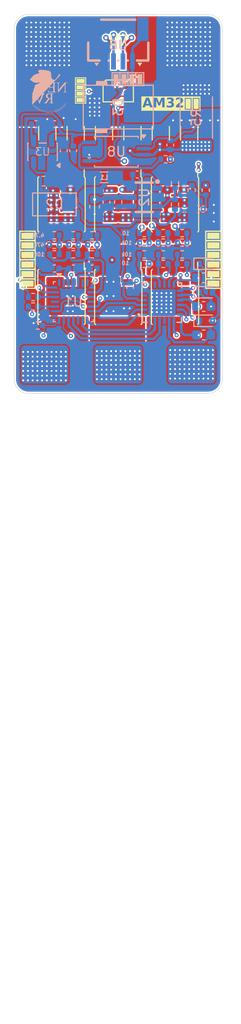
<source format=kicad_pcb>
(kicad_pcb (version 20241229) (generator "pcbnew") (generator_version "9.0")
  (layers (0 "F.Cu" signal) (4 "In1.Cu" signal) (6 "In2.Cu" signal) (2 "B.Cu" signal) (13 "F.Paste" user) (15 "B.Paste" user) (5 "F.SilkS" user "F.Silkscreen") (7 "B.SilkS" user "B.Silkscreen") (1 "F.Mask" user) (3 "B.Mask" user) (25 "Edge.Cuts" user))
  (net 0 "")
  (net 1 "NRST")
  (net 2 "GND")
  (net 3 "+3.3V")
  (net 4 "Net-(U2-BST)")
  (net 5 "Net-(U2-SW)")
  (net 6 "VM")
  (net 7 "+8V")
  (net 8 "Net-(U3-BYP)")
  (net 9 "VBAT")
  (net 10 "MOTOR_A_1")
  (net 11 "VB_A_1")
  (net 12 "MOTOR_B_1")
  (net 13 "VB_B_1")
  (net 14 "MOTOR_C_1")
  (net 15 "VB_C_1")
  (net 16 "ADC_BAT")
  (net 18 "WS2812")
  (net 19 "Net-(Q1-G)")
  (net 20 "Net-(Q2-G)")
  (net 21 "Net-(Q3-G)")
  (net 22 "Net-(Q4-G)")
  (net 23 "Net-(Q5-G)")
  (net 24 "Net-(Q6-G)")
  (net 25 "SWCLK")
  (net 26 "Net-(U2-EN)")
  (net 27 "FB")
  (net 28 "ADC_CUR")
  (net 29 "Net-(R6-Pad1)")
  (net 30 "SENCE_A_1")
  (net 31 "SENCE_O_1")
  (net 32 "SENCE_B_1")
  (net 33 "SENCE_C_1")
  (net 34 "MOS_AH_1")
  (net 35 "MOS_AL_1")
  (net 36 "MOS_BH_1")
  (net 37 "MOS_BL_1")
  (net 38 "MOS_CH_1")
  (net 39 "MOS_CL_1")
  (net 40 "Net-(R30-Pad2)")
  (net 41 "URAT_TX")
  (net 42 "Net-(R31-Pad2)")
  (net 43 "ESC_S1")
  (net 44 "PWM_BL_1")
  (net 48 "PWM_CL_1")
  (net 49 "PWM_CH_1")
  (net 51 "PWM_BH_1")
  (net 52 "PWM_AH_1")
  (net 53 "PWM_AL_1")
  (net 54 "SWDIO")
  (footprint "Capacitor_SMD:C_1206_3216Metric" (layer "F.Cu") (at 148.5 58.25 90)
    (property "Reference" "C20" (hide yes))
    (property "Value" "10u" (hide yes))
  )
  (footprint "Package_DirectFET:DirectFET_ME" (layer "F.Cu") (at 144 65.75 -90)
    (property "Reference" "Q1" (hide yes))
    (property "Value" "IRF7480M")
  )
  (footprint "Package_DirectFET:DirectFET_ME" (layer "F.Cu") (at 156 75.5 -90)
    (property "Reference" "Q6" (hide yes))
    (property "Value" "IRF7480M" (hide yes))
  )
  (footprint "Package_DirectFET:DirectFET_ME" (layer "F.Cu") (at 150 65.75 -90)
    (property "Reference" "Q3" (hide yes))
    (property "Value" "IRF7480M" (hide yes))
  )
  (footprint "Package_DirectFET:DirectFET_ME" (layer "F.Cu") (at 150 75.5 -90)
    (property "Reference" "Q4" (hide yes))
    (property "Value" "IRF7480M" (hide yes))
  )
  (footprint "Capacitor_SMD:C_1206_3216Metric" (layer "F.Cu") (at 142.5 58.25 90)
    (property "Reference" "C18" (hide yes))
    (property "Value" "10u" (hide yes))
  )
  (footprint "EasyEDA_Lib:CONN-SMD_4P-P1.00_MEGASTAR_ZX-SH1.0-4PWT" (layer "F.Cu") (at 150 49 180)
    (property "Reference" "U7")
    (property "Value" "~")
  )
  (footprint "Package_DirectFET:DirectFET_ME" (layer "F.Cu") (at 156 65.75 -90)
    (property "Reference" "Q5" (hide yes))
    (property "Value" "IRF7480M" (hide yes))
  )
  (footprint "Capacitor_SMD:C_1206_3216Metric" (layer "F.Cu") (at 151.5 58.25 90)
    (property "Reference" "C21" (hide yes))
    (property "Value" "10u" (hide yes))
  )
  (footprint "Capacitor_SMD:C_1206_3216Metric" (layer "F.Cu") (at 145.5 58.25 90)
    (property "Reference" "C19" (hide yes))
    (property "Value" "10u" (hide yes))
  )
  (footprint "Capacitor_SMD:C_1206_3216Metric" (layer "F.Cu") (at 157.5 58.25 90)
    (property "Reference" "C23" (hide yes))
    (property "Value" "10u" (hide yes))
  )
  (footprint "LED_SMD:LED_WS2812B-2020_PLCC4_2.0x2.0mm" (layer "F.Cu") (at 150 53.8)
    (property "Reference" "D1" (hide yes))
    (property "Value" "WS2812B-2020")
  )
  (footprint "Capacitor_SMD:C_1206_3216Metric" (layer "F.Cu") (at 154.5 58.25 90)
    (property "Reference" "C22" (hide yes))
    (property "Value" "10u" (hide yes))
  )
  (footprint "Package_DirectFET:DirectFET_ME" (layer "F.Cu") (at 144 75.5 -90)
    (property "Reference" "Q2" (hide yes))
    (property "Value" "IRF7480M")
  )
  (footprint "Capacitor_SMD:C_0402_1005Metric" (layer "B.Cu") (at 151.25 74.5 90)
    (property "Reference" "C13" (hide yes))
    (property "Value" "4.7u(16v)" (hide yes))
  )
  (footprint "Resistor_SMD:R_0402_1005Metric" (layer "B.Cu") (at 143.25 69)
    (property "Reference" "R15" (hide yes))
    (property "Value" "4.7k" (hide yes))
  )
  (footprint "Resistor_SMD:R_0402_1005Metric" (layer "B.Cu") (at 147.25 69)
    (property "Reference" "R13" (hide yes))
    (property "Value" "4.7k" (hide yes))
  )
  (footprint "Capacitor_SMD:C_0603_1608Metric" (layer "B.Cu") (at 159.03 76.5 180)
    (property "Reference" "C15" (hide yes))
    (property "Value" "1u" (hide yes))
  )
  (footprint "Resistor_SMD:R_0402_1005Metric" (layer "B.Cu") (at 155 61)
    (property "Reference" "R6" (hide yes))
    (property "Value" "56")
  )
  (footprint "Resistor_SMD:R_0402_1005Metric" (layer "B.Cu") (at 156.75 69.77)
    (property "Reference" "R26" (hide yes))
    (property "Value" "10k" (hide yes))
  )
  (footprint "Resistor_SMD:R_0402_1005Metric" (layer "B.Cu") (at 152.75 68.77 180)
    (property "Reference" "R18" (hide yes))
    (property "Value" "10" (hide yes))
  )
  (footprint "Diode_SMD:D_SOD-523" (layer "B.Cu") (at 159.25 75)
    (property "Reference" "D5" (hide yes))
    (property "Value" "SD103AX" (hide yes))
  )
  (footprint "Resistor_SMD:R_0402_1005Metric" (layer "B.Cu") (at 143.25 71)
    (property "Reference" "R7" (hide yes))
    (property "Value" "10k" (hide yes))
  )
  (footprint "Capacitor_SMD:C_0603_1608Metric" (layer "B.Cu") (at 142.1 63.3 180)
    (property "Reference" "C7" (hide yes))
    (property "Value" "10u(16v)" (hide yes))
  )
  (footprint "Capacitor_SMD:C_0402_1005Metric" (layer "B.Cu") (at 152 62.6 180)
    (property "Reference" "C4" (hide yes))
    (property "Value" "100n" (hide yes))
  )
  (footprint "EasyEDA_Lib:CONN-SMD_4P-P1.00_MEGASTAR_ZX-SH1.0-4PWT" (layer "B.Cu") (at 150 49)
    (property "Reference" "U6")
    (property "Value" "~")
  )
  (footprint "Diode_SMD_AKL:D_SOD-123F_TVS" (layer "B.Cu") (at 143.25 65.75 180)
    (property "Reference" "D2")
    (property "Value" "SMF8.0A" (hide yes))
  )
  (footprint "Resistor_SMD:R_0402_1005Metric" (layer "B.Cu") (at 141 75.5 180)
    (property "Reference" "R30" (hide yes))
    (property "Value" "100")
  )
  (footprint "LOGO" (layer "B.Cu") (at 142.823053 53.823583 180)
    (property "Reference" "G***" (hide yes))
    (property "Value" "LOGO" (hide yes))
  )
  (footprint "EasyEDA_Lib:QFN-24_L4.0-W4.0-P0.50-BL-EP2.6" (layer "B.Cu") (at 154.63 76.09 90)
    (property "Reference" "U5" (hide yes))
    (property "Value" "~")
  )
  (footprint "Resistor_SMD:R_0402_1005Metric" (layer "B.Cu") (at 145.25 70 180)
    (property "Reference" "R11" (hide yes))
    (property "Value" "47k" (hide yes))
  )
  (footprint "Capacitor_SMD:C_0603_1608Metric" (layer "B.Cu") (at 147.5 66 -90)
    (property "Reference" "C6" (hide yes))
    (property "Value" "4.7u(50v)" (hide yes))
  )
  (footprint "Resistor_SMD:R_0402_1005Metric" (layer "B.Cu") (at 156.75 71.01 180)
    (property "Reference" "R20" (hide yes))
    (property "Value" "10k" (hide yes))
  )
  (footprint "Inductor_SMD:L_0805_2012Metric" (layer "B.Cu") (at 148.5 62.9 180)
    (property "Reference" "L1")
    (property "Value" "6.8u" (hide yes))
  )
  (footprint "Capacitor_SMD:C_0402_1005Metric" (layer "B.Cu") (at 155.5 59.5 90)
    (property "Reference" "C11" (hide yes))
    (property "Value" "1n" (hide yes))
  )
  (footprint "Resistor_SMD:R_0402_1005Metric" (layer "B.Cu") (at 152.75 69.77)
    (property "Reference" "R19" (hide yes))
    (property "Value" "10k" (hide yes))
  )
  (footprint "Capacitor_SMD:C_0402_1005Metric" (layer "B.Cu") (at 147.25 72.5 180)
    (property "Reference" "C1" (hide yes))
    (property "Value" "100n" (hide yes))
  )
  (footprint "Resistor_SMD:R_0402_1005Metric" (layer "B.Cu") (at 147.25 70 180)
    (property "Reference" "R12" (hide yes))
    (property "Value" "47k" (hide yes))
  )
  (footprint "Capacitor_SMD:C_0402_1005Metric" (layer "B.Cu") (at 158.5 66.25)
    (property "Reference" "C17" (hide yes))
    (property "Value" "100n" (hide yes))
  )
  (footprint "Resistor_SMD:R_0402_1005Metric" (layer "B.Cu") (at 145.25 71)
    (property "Reference" "R8" (hide yes))
    (property "Value" "10k" (hide yes))
  )
  (footprint "Package_SO:TSSOP-8_4.4x3mm_P0.65mm" (layer "B.Cu") (at 149.8 60.2 180)
    (property "Reference" "U8")
    (property "Value" "INA240A1PW" (hide yes))
  )
  (footprint "Resistor_SMD:R_0402_1005Metric" (layer "B.Cu") (at 154.75 68.77 180)
    (property "Reference" "R24" (hide yes))
    (property "Value" "10" (hide yes))
  )
  (footprint "Resistor_SMD:R_0402_1005Metric" (layer "B.Cu") (at 156.75 68.77 180)
    (property "Reference" "R28" (hide yes))
    (property "Value" "10" (hide yes))
  )
  (footprint "Capacitor_SMD:C_0402_1005Metric" (layer "B.Cu") (at 145.24 60.1 90)
    (property "Reference" "C12" (hide yes))
    (property "Value" "100n" (hide yes))
  )
  (footprint "Capacitor_SMD:C_0402_1005Metric" (layer "B.Cu") (at 148.75 65.5 -90)
    (property "Reference" "C5" (hide yes))
    (property "Value" "100n(50v)" (hide yes))
  )
  (footprint "Resistor_SMD:R_0402_1005Metric" (layer "B.Cu") (at 156 65.75 -90)
    (property "Reference" "R4" (hide yes))
    (property "Value" "90.9k" (hide yes))
  )
  (footprint "Capacitor_SMD:C_0402_1005Metric" (layer "B.Cu") (at 141.3 57.3 180)
    (property "Reference" "C10" (hide yes))
    (property "Value" "100p" (hide yes))
  )
  (footprint "EasyEDA_Lib:SOT-23-6_L2.9-W1.6-P0.95-LS2.8-BR" (layer "B.Cu") (at 152.75 65)
    (property "Reference" "U2")
    (property "Value" "~")
  )
  (footprint "Resistor_SMD:R_0402_1005Metric" (layer "B.Cu") (at 156 63.5 -90)
    (property "Reference" "R3" (hide yes))
    (property "Value" "10k" (hide yes))
  )
  (footprint "Capacitor_SMD:C_0402_1005Metric" (layer "B.Cu") (at 143.25 72.5 180)
    (property "Reference" "C3" (hide yes))
    (property "Value" "4.7u" (hide yes))
  )
  (footprint "Resistor_SMD:R_0402_1005Metric" (layer "B.Cu") (at 145.25 69)
    (property "Reference" "R14" (hide yes))
    (property "Value" "4.7k" (hide yes))
  )
  (footprint "Resistor_SMD:R_0402_1005Metric" (layer "B.Cu") (at 141 76.5 180)
    (property "Reference" "R31" (hide yes))
    (property "Value" "100")
  )
  (footprint "Resistor_SMD:R_0402_1005Metric" (layer "B.Cu") (at 150 65.5 90)
    (property "Reference" "R2" (hide yes))
    (property "Value" "100k")
  )
  (footprint "Resistor_SMD:R_0402_1005Metric" (layer "B.Cu") (at 154.75 69.77)
    (property "Reference" "R22" (hide yes))
    (property "Value" "10k" (hide yes))
  )
  (footprint "Resistor_SMD:R_0402_1005Metric" (layer "B.Cu") (at 154.75 71.01 180)
    (property "Reference" "R23" (hide yes))
    (property "Value" "10k" (hide yes))
  )
  (footprint "Package_TO_SOT_SMD:SOT-23-5" (layer "B.Cu") (at 142 60.2 90)
    (property "Reference" "U3")
    (property "Value" "AP2210K-3.3TRG1" (hide yes))
  )
  (footprint "Resistor_SMD:R_0402_1005Metric" (layer "B.Cu") (at 156.75 72.01)
    (property "Reference" "R21" (hide yes))
    (property "Value" "10" (hide yes))
  )
  (footprint "Diode_SMD:D_SOD-523" (layer "B.Cu") (at 159.25 72)
    (property "Reference" "D6" (hide yes))
    (property "Value" "SD103AX" (hide yes))
  )
  (footprint "Resistor_SMD:R_0402_1005Metric" (layer "B.Cu") (at 141.5 78.5 180)
    (property "Reference" "R1" (hide yes))
    (property "Value" "10k")
  )
  (footprint "Diode_SMD_AKL:D_SMB" (layer "B.Cu") (at 150 55.5)
    (property "Reference" "D3")
    (property "Value" "SMBJ30CA" (hide yes))
  )
  (footprint "Capacitor_SMD:C_0402_1005Metric" (layer "B.Cu") (at 143.3 57.3)
    (property "Reference" "C9" (hide yes))
    (property "Value" "2.2u" (hide yes))
  )
  (footprint "Diode_SMD:D_SOD-523" (layer "B.Cu") (at 159.25 78)
    (property "Reference" "D4" (hide yes))
    (property "Value" "SD103AX" (hide yes))
  )
  (footprint "Resistor_SMD:R_0402_1005Metric" (layer "B.Cu") (at 154.75 72.01)
    (property "Reference" "R25" (hide yes))
    (property "Value" "10" (hide yes))
  )
  (footprint "Resistor_SMD:R_0402_1005Metric" (layer "B.Cu") (at 159.25 64.25 90)
    (property "Reference" "R16" (hide yes))
    (property "Value" "47k" (hide yes))
  )
  (footprint "Resistor_SMD:R_0402_1005Metric" (layer "B.Cu") (at 143.25 70 180)
    (property "Reference" "R10" (hide yes))
    (property "Value" "47k" (hide yes))
  )
  (footprint "Resistor_SMD:R_0402_1005Metric" (layer "B.Cu") (at 152.75 72.01)
    (property "Reference" "R29" (hide yes))
    (property "Value" "10" (hide yes))
  )
  (footprint "Resistor_SMD:R_0402_1005Metric" (layer "B.Cu") (at 147.25 71)
    (property "Reference" "R9" (hide yes))
    (property "Value" "10k" (hide yes))
  )
  (footprint "Resistor_SMD:R_0402_1005Metric" (layer "B.Cu") (at 152.75 71.01 180)
    (property "Reference" "R27" (hide yes))
    (property "Value" "10k" (hide yes))
  )
  (footprint "Capacitor_SMD:C_0603_1608Metric" (layer "B.Cu") (at 159.04 73.48 180)
    (property "Reference" "C16" (hide yes))
    (property "Value" "1u" (hide yes))
  )
  (footprint "Resistor_SMD:R_2512_6332Metric" (layer "B.Cu") (at 158.25 56.6 -90)
    (property "Reference" "R5")
    (property "Value" "1m")
  )
  (footprint "Resistor_SMD:R_0402_1005Metric" (layer "B.Cu") (at 157.75 64.25 -90)
    (property "Reference" "R17" (hide yes))
    (property "Value" "4.7k" (hide yes))
  )
  (footprint "Capacitor_SMD:C_0402_1005Metric" (layer "B.Cu") (at 144.24 60.1 -90)
    (property "Reference" "C8" (hide yes))
    (property "Value" "1u(25v)" (hide yes))
  )
  (footprint "Capacitor_SMD:C_0603_1608Metric" (layer "B.Cu") (at 159.03 79.5 180)
    (property "Reference" "C14" (hide yes))
    (property "Value" "1u" (hide yes))
  )
  (footprint "Capacitor_SMD:C_0402_1005Metric" (layer "B.Cu") (at 145.25 72.5)
    (property "Reference" "C2" (hide yes))
    (property "Value" "100n" (hide yes))
  )
  (footprint "Package_DFN_QFN:QFN-28_4x4mm_P0.5mm" (layer "B.Cu") (at 145.25 76 -90)
    (property "Reference" "U1")
    (property "Value" "STM32G071GBUxN" (hide yes))
  )
  (gr_arc (start 161 84.16934) (mid 160.563396 85.223396) (end 159.50934 85.66) (stroke (width 0.05)) (layer "Edge.Cuts"))
  (gr_arc (start 139 47.25) (mid 139.43934 46.18934) (end 140.5 45.75) (stroke (width 0.05)) (layer "Edge.Cuts"))
  (gr_line (start 139 84.16) (end 139 47.25) (stroke (width 0.05)) (layer "Edge.Cuts"))
  (gr_line (start 161 47.25) (end 161 84.16934) (stroke (width 0.05)) (layer "Edge.Cuts"))
  (gr_line (start 140.5 45.75) (end 159.5 45.75) (stroke (width 0.05)) (layer "Edge.Cuts"))
  (gr_line (start 159.5 85.66) (end 140.5 85.66) (stroke (width 0.05)) (layer "Edge.Cuts"))
  (gr_arc (start 140.5 85.66) (mid 139.43934 85.22066) (end 139 84.16) (stroke (width 0.05)) (layer "Edge.Cuts"))
  (gr_arc (start 159.5 45.75) (mid 160.56066 46.18934) (end 161 47.25) (stroke (width 0.05)) (layer "Edge.Cuts"))
  (gr_text "国防科技大学\n亮剑\n2026.1.31" (at 140.05 54.4 0) (layer "F.Cu") (effects (font (size 0.5 0.5) (thickness 0.125) (bold yes)) (justify left bottom)))
  (gr_text "AM32電調" (at 152.55 55.7 0) (layer "F.SilkS" knockout) (effects (font (size 1 1) (thickness 0.16) (bold yes)) (justify left bottom)))
  (gr_text "控制端口" (at 146.45 55.1 90) (layer "F.SilkS" knockout) (effects (font (size 0.8 0.8) (thickness 0.2) (bold yes)) (justify left bottom)))
  (gr_text "快去創造奇蹟" (at 160.7 74.6 90) (layer "F.SilkS" knockout) (effects (font (size 1.2 1.2) (thickness 0.2) (bold yes)) (justify left bottom)))
  (gr_text "勇敢的少年啊" (at 141.05 74.6 90) (layer "F.SilkS" knockout) (effects (font (size 1.2 1.2) (thickness 0.2) (bold yes)) (justify left bottom)))
  (gr_text "10k" (at 142.25 71.25 0) (layer "B.SilkS") (effects (font (size 0.4 0.4) (thickness 0.1)) (justify left bottom mirror)))
  (gr_text "10k" (at 151.5 71.26 0) (layer "B.SilkS") (effects (font (size 0.4 0.4) (thickness 0.1)) (justify left bottom mirror)))
  (gr_text "10" (at 151.25 69.02 0) (layer "B.SilkS") (effects (font (size 0.4 0.4) (thickness 0.1)) (justify left bottom mirror)))
  (gr_text "10" (at 151.2 72.16 0) (layer "B.SilkS") (effects (font (size 0.4 0.4) (thickness 0.1)) (justify left bottom mirror)))
  (gr_text "10k" (at 151.5 70.02 0) (layer "B.SilkS") (effects (font (size 0.4 0.4) (thickness 0.1)) (justify left bottom mirror)))
  (gr_text "燒錄程序" (at 152.7 53.1 0) (layer "B.SilkS" knockout) (effects (font (size 1 1) (thickness 0.25) (bold yes)) (justify left bottom mirror)))
  (gr_text "4.7k" (at 142.25 69.25 0) (layer "B.SilkS") (effects (font (size 0.4 0.4) (thickness 0.1)) (justify left bottom mirror)))
  (gr_text "47k" (at 142.25 70.25 0) (layer "B.SilkS") (effects (font (size 0.4 0.4) (thickness 0.1)) (justify left bottom mirror)))
  (segment (start 145.9 73.2) (end 145.75 73.35) (width 0.254) (layer "B.Cu") (net 1))
  (segment (start 147.73 72.77) (end 147.3 73.2) (width 0.254) (layer "B.Cu") (net 1))
  (segment (start 147.73 72.5) (end 147.73 72.77) (width 0.254) (layer "B.Cu") (net 1))
  (segment (start 147.3 73.2) (end 145.9 73.2) (width 0.254) (layer "B.Cu") (net 1))
  (segment (start 145.75 73.35) (end 145.75 74.0625) (width 0.254) (layer "B.Cu") (net 1))
  (segment (start 152.6 48.2) (end 151.5 49.3) (width 0.2) (layer "F.Cu") (net 2))
  (segment (start 151.5 49.3) (end 151.5 50.7) (width 0.2) (layer "F.Cu") (net 2))
  (segment (start 152.6 47.3) (end 152.6 48.2) (width 0.2) (layer "F.Cu") (net 2))
  (segment (start 152.6 47.3) (end 152.6 48.4) (width 0.2) (layer "F.Cu") (net 2))
  (via (at 141.8 49.6) (size 0.45) (drill 0.2) (layers "F.Cu" "B.Cu") (net 2))
  (via (at 141.3 48.1) (size 0.45) (drill 0.2) (layers "F.Cu" "B.Cu") (net 2))
  (via (at 144.3 48.6) (size 0.45) (drill 0.2) (layers "F.Cu" "B.Cu") (net 2))
  (via (at 153.58 77.09) (size 0.45) (drill 0.2) (layers "F.Cu" "B.Cu") (net 2))
  (via (at 143.3 46.6) (size 0.45) (drill 0.2) (layers "F.Cu" "B.Cu") (net 2))
  (via (at 143.3 48.6) (size 0.45) (drill 0.2) (layers "F.Cu" "B.Cu") (net 2))
  (via (at 153.58 75.89) (size 0.45) (drill 0.2) (layers "F.Cu" "B.Cu") (net 2))
  (via (at 155.08 77.09) (size 0.45) (drill 0.2) (layers "F.Cu" "B.Cu") (net 2))
  (via (at 141.8 46.6) (size 0.45) (drill 0.2) (layers "F.Cu" "B.Cu") (net 2))
  (via (at 148 55.533333) (size 0.45) (drill 0.2) (layers "F.Cu" "B.Cu") (net 2))
  (via (at 144.3 49.6) (size 0.45) (drill 0.2) (layers "F.Cu" "B.Cu") (net 2))
  (via (at 142.8 49.1) (size 0.45) (drill 0.2) (layers "F.Cu" "B.Cu") (net 2))
  (via (at 144.3 47.6) (size 0.45) (drill 0.2) (layers "F.Cu" "B.Cu") (net 2))
  (via (at 144.3 51.1) (size 0.45) (drill 0.2) (layers "F.Cu" "B.Cu") (net 2))
  (via (at 151.2 76.7) (size 0.45) (drill 0.2) (layers "F.Cu" "B.Cu") (net 2))
  (via (at 154.08 77.09) (size 0.45) (drill 0.2) (layers "F.Cu" "B.Cu") (net 2))
  (via (at 158.8 56.9) (size 0.45) (drill 0.2) (layers "F.Cu" "B.Cu") (net 2))
  (via (at 140.3 49.6) (size 0.45) (drill 0.2) (layers "F.Cu" "B.Cu") (net 2))
  (via (at 143.8 50.6) (size 0.45) (drill 0.2) (layers "F.Cu" "B.Cu") (net 2))
  (via (at 147 55.066667) (size 0.45) (drill 0.2) (layers "F.Cu" "B.Cu") (net 2))
  (via (at 140.8 47.6) (size 0.45) (drill 0.2) (layers "F.Cu" "B.Cu") (net 2))
  (via (at 144.8 49.1) (size 0.45) (drill 0.2) (layers "F.Cu" "B.Cu") (net 2))
  (via (at 144.8 48.6) (size 0.45) (drill 0.2) (layers "F.Cu" "B.Cu") (net 2))
  (via (at 143.8 47.1) (size 0.45) (drill 0.2) (layers "F.Cu" "B.Cu") (net 2))
  (via (at 141.8 51.1) (size 0.45) (drill 0.2) (layers "F.Cu" "B.Cu") (net 2))
  (via (at 144.8 50.1) (size 0.45) (drill 0.2) (layers "F.Cu" "B.Cu") (net 2))
  (via (at 154.58 76.29) (size 0.45) (drill 0.2) (layers "F.Cu" "B.Cu") (net 2))
  (via (at 143.3 50.6) (size 0.45) (drill 0.2) (layers "F.Cu" "B.Cu") (net 2))
  (via (at 142.3 51.1) (size 0.45) (drill 0.2) (layers "F.Cu" "B.Cu") (net 2))
  (via (at 144.8 47.6) (size 0.45) (drill 0.2) (layers "F.Cu" "B.Cu") (net 2))
  (via (at 141.3 49.1) (size 0.45) (drill 0.2) (layers "F.Cu" "B.Cu") (net 2))
  (via (at 142.5 56.775) (size 0.45) (drill 0.2) (layers "F.Cu" "B.Cu") (net 2))
  (via (at 143.8 48.6) (size 0.45) (drill 0.2) (layers "F.Cu" "B.Cu") (net 2))
  (via (at 153.58 76.69) (size 0.45) (drill 0.2) (layers "F.Cu" "B.Cu") (net 2))
  (via (at 155.08 75.49) (size 0.45) (drill 0.2) (layers "F.Cu" "B.Cu") (net 2))
  (via (at 142.8 46.6) (size 0.45) (drill 0.2) (layers "F.Cu" "B.Cu") (net 2))
  (via (at 144.8 49.6) (size 0.45) (drill 0.2) (layers "F.Cu" "B.Cu") (net 2))
  (via (at 141.8 50.1) (size 0.45) (drill 0.2) (layers "F.Cu" "B.Cu") (net 2))
  (via (at 140.3 47.1) (size 0.45) (drill 0.2) (layers "F.Cu" "B.Cu") (net 2))
  (via (at 144.8 50.6) (size 0.45) (drill 0.2) (layers "F.Cu" "B.Cu") (net 2))
  (via (at 140.8 49.6) (size 0.45) (drill 0.2) (layers "F.Cu" "B.Cu") (net 2))
  (via (at 140.8 50.6) (size 0.45) (drill 0.2) (layers "F.Cu" "B.Cu") (net 2))
  (via (at 143.3 49.6) (size 0.45) (drill 0.2) (layers "F.Cu" "B.Cu") (net 2))
  (via (at 141.8 47.1) (size 0.45) (drill 0.2) (layers "F.Cu" "B.Cu") (net 2))
  (via (at 155.58 76.69) (size 0.45) (drill 0.2) (layers "F.Cu" "B.Cu") (net 2))
  (via (at 148 56) (size 0.45) (drill 0.2) (layers "F.Cu" "B.Cu") (net 2))
  (via (at 140.8 51.1) (size 0.45) (drill 0.2) (layers "F.Cu" "B.Cu") (net 2))
  (via (at 147.5 56.4) (size 0.45) (drill 0.2) (layers "F.Cu" "B.Cu") (net 2))
  (via (at 159.7 56.9) (size 0.45) (drill 0.2) (layers "F.Cu" "B.Cu") (net 2))
  (via (at 144.23 56.65) (size 0.45) (drill 0.2) (layers "F.Cu" "B.Cu") (net 2))
  (via (at 143.8 49.6) (size 0.45) (drill 0.2) (layers "F.Cu" "B.Cu") (net 2))
  (via (at 141.8 48.6) (size 0.45) (drill 0.2) (layers "F.Cu" "B.Cu") (net 2))
  (via (at 156.7 56.9) (size 0.45) (drill 0.2) (layers "F.Cu" "B.Cu") (net 2))
  (via (at 155.08 76.29) (size 0.45) (drill 0.2) (layers "F.Cu" "B.Cu") (net 2))
  (via (at 141.3 49.6) (size 0.45) (drill 0.2) (layers "F.Cu" "B.Cu") (net 2))
  (via (at 141.3 47.6) (size 0.45) (drill 0.2) (layers "F.Cu" "B.Cu") (net 2))
  (via (at 154.58 77.09) (size 0.45) (drill 0.2) (layers "F.Cu" "B.Cu") (net 2))
  (via (at 141.8 48.1) (size 0.45) (drill 0.2) (layers "F.Cu" "B.Cu") (net 2))
  (via (at 141.8 50.6) (size 0.45) (drill 0.2) (layers "F.Cu" "B.Cu") (net 2))
  (via (at 142.8 48.1) (size 0.45) (drill 0.2) (layers "F.Cu" "B.Cu") (net 2))
  (via (at 160.1 67.55) (size 0.45) (drill 0.2) (layers "F.Cu" "B.Cu") (net 2))
  (via (at 143.3 47.6) (size 0.45) (drill 0.2) (layers "F.Cu" "B.Cu") (net 2))
  (via (at 147 55.533333) (size 0.45) (drill 0.2) (layers "F.Cu" "B.Cu") (net 2))
  (via (at 143.3 50.1) (size 0.45) (drill 0.2) (layers "F.Cu" "B.Cu") (net 2))
  (via (at 155.58 75.09) (size 0.45) (drill 0.2) (layers "F.Cu" "B.Cu") (net 2))
  (via (at 154.58 75.89) (size 0.45) (drill 0.2) (layers "F.Cu" "B.Cu") (net 2))
  (via (at 153.58 75.49) (size 0.45) (drill 0.2) (layers "F.Cu" "B.Cu") (net 2))
  (via (at 153.25 64.6) (size 0.45) (drill 0.2) (layers "F.Cu" "B.Cu") (net 2))
  (via (at 143.3 51.1) (size 0.45) (drill 0.2) (layers "F.Cu" "B.Cu") (net 2))
  (via (at 141.8 49.1) (size 0.45) (drill 0.2) (layers "F.Cu" "B.Cu") (net 2))
  (via (at 143.8 51.1) (size 0.45) (drill 0.2) (layers "F.Cu" "B.Cu") (net 2))
  (via (at 155.58 75.89) (size 0.45) (drill 0.2) (layers "F.Cu" "B.Cu") (net 2))
  (via (at 155.08 75.09) (size 0.45) (drill 0.2) (layers "F.Cu" "B.Cu") (net 2))
  (via (at 157.55 56.9) (size 0.45) (drill 0.2) (layers "F.Cu" "B.Cu") (net 2))
  (via (at 140.3 50.6) (size 0.45) (drill 0.2) (layers "F.Cu" "B.Cu") (net 2))
  (via (at 144.6 75.4) (size 0.45) (drill 0.2) (layers "F.Cu" "B.Cu") (net 2))
  (via (at 155.58 75.49) (size 0.45) (drill 0.2) (layers "F.Cu" "B.Cu") (net 2))
  (via (at 140.8 50.1) (size 0.45) (drill 0.2) (layers "F.Cu" "B.Cu") (net 2))
  (via (at 143.3 48.1) (size 0.45) (drill 0.2) (layers "F.Cu" "B.Cu") (net 2))
  (via (at 145.2 77) (size 0.45) (drill 0.2) (layers "F.Cu" "B.Cu") (net 2))
  (via (at 142.8 50.6) (size 0.45) (drill 0.2) (layers "F.Cu" "B.Cu") (net 2))
  (via (at 154.08 75.09) (size 0.45) (drill 0.2) (layers "F.Cu" "B.Cu") (net 2))
  (via (at 144.3 49.1) (size 0.45) (drill 0.2) (layers "F.Cu" "B.Cu") (net 2))
  (via (at 147.5 55.066667) (size 0.45) (drill 0.2) (layers "F.Cu" "B.Cu") (net 2))
  (via (at 140.8 47.1) (size 0.45) (drill 0.2) (layers "F.Cu" "B.Cu") (net 2))
  (via (at 142.8 49.6) (size 0.45) (drill 0.2) (layers "F.Cu" "B.Cu") (net 2))
  (via (at 144.3 48.1) (size 0.45) (drill 0.2) (layers "F.Cu" "B.Cu") (net 2))
  (via (at 140.3 51.1) (size 0.45) (drill 0.2) (layers "F.Cu" "B.Cu") (net 2))
  (via (at 141.8 47.6) (size 0.45) (drill 0.2) (layers "F.Cu" "B.Cu") (net 2))
  (via (at 146.5 72.5) (size 0.45) (drill 0.2) (layers "F.Cu" "B.Cu") (net 2))
  (via (at 140.3 47.6) (size 0.45) (drill 0.2) (layers "F.Cu" "B.Cu") (net 2))
  (via (at 148 56.4) (size 0.45) (drill 0.2) (layers "F.Cu" "B.Cu") (net 2))
  (via (at 154.08 76.69) (size 0.45) (drill 0.2) (layers "F.Cu" "B.Cu") (net 2))
  (via (at 144.3 46.6) (size 0.45) (drill 0.2) (layers "F.Cu" "B.Cu") (net 2))
  (via (at 143.3 47.1) (size 0.45) (drill 0.2) (layers "F.Cu" "B.Cu") (net 2))
  (via (at 140.3 50.1) (size 0.45) (drill 0.2) (layers "F.Cu" "B.Cu") (net 2))
  (via (at 143.8 50.1) (size 0.45) (drill 0.2) (layers "F.Cu" "B.Cu") (net 2))
  (via (at 142.8 48.6) (size 0.45) (drill 0.2) (layers "F.Cu" "B.Cu") (net 2))
  (via (at 141.3 46.6) (size 0.45) (drill 0.2) (layers "F.Cu" "B.Cu") (net 2))
  (via (at 140.8 48.6) (size 0.45) (drill 0.2) (layers "F.Cu" "B.Cu") (net 2))
  (via (at 144.8 51.1) (size 0.45) (drill 0.2) (layers "F.Cu" "B.Cu") (net 2))
  (via (at 154.08 75.89) (size 0.45) (drill 0.2) (layers "F.Cu" "B.Cu") (net 2))
  (via (at 143.8 48.1) (size 0.45) (drill 0.2) (layers "F.Cu" "B.Cu") (net 2))
  (via (at 148.8 75.4) (size 0.45) (drill 0.2) (layers "F.Cu" "B.Cu") (net 2))
  (via (at 143.3 49.1) (size 0.45) (drill 0.2) (layers "F.Cu" "B.Cu") (net 2))
  (via (at 147.5 56) (size 0.45) (drill 0.2) (layers "F.Cu" "B.Cu") (net 2))
  (via (at 144.3 50.1) (size 0.45) (drill 0.2) (layers "F.Cu" "B.Cu") (net 2))
  (via (at 141.6 77.35) (size 0.45) (drill 0.2) (layers "F.Cu" "B.Cu") (net 2))
  (via (at 143.8 49.1) (size 0.45) (drill 0.2) (layers "F.Cu" "B.Cu") (net 2))
  (via (at 144.3 50.6) (size 0.45) (drill 0.2) (layers "F.Cu" "B.Cu") (net 2))
  (via (at 147 56) (size 0.45) (drill 0.2) (layers "F.Cu" "B.Cu") (net 2))
  (via (at 140.3 46.6) (size 0.45) (drill 0.2) (layers "F.Cu" "B.Cu") (net 2))
  (via (at 140.8 49.1) (size 0.45) (drill 0.2) (layers "F.Cu" "B.Cu") (net 2))
  (via (at 148.75 77) (size 0.45) (drill 0.2) (layers "F.Cu" "B.Cu") (net 2))
  (via (at 140.8 46.6) (size 0.45) (drill 0.2) (layers "F.Cu" "B.Cu") (net 2))
  (via (at 153.58 76.29) (size 0.45) (drill 0.2) (layers "F.Cu" "B.Cu") (net 2))
  (via (at 142.3 46.6) (size 0.45) (drill 0.2) (layers "F.Cu" "B.Cu") (net 2))
  (via (at 147 54.6) (size 0.45) (drill 0.2) (layers "F.Cu" "B.Cu") (net 2))
  (via (at 148.8 73.9) (size 0.45) (drill 0.2) (layers "F.Cu" "B.Cu") (net 2))
  (via (at 140.3 49.1) (size 0.45) (drill 0.2) (layers "F.Cu" "B.Cu") (net 2))
  (via (at 149.5 73.9) (size 0.45) (drill 0.2) (layers "F.Cu" "B.Cu") (net 2))
  (via (at 141.3 51.1) (size 0.45) (drill 0.2) (layers "F.Cu" "B.Cu") (net 2))
  (via (at 146.9375 60.525) (size 0.45) (drill 0.2) (layers "F.Cu" "B.Cu") (net 2))
  (via (at 142.3 50.1) (size 0.45) (drill 0.2) (layers "F.Cu" "B.Cu") (net 2))
  (via (at 142.8 51.1) (size 0.45) (drill 0.2) (layers "F.Cu" "B.Cu") (net 2))
  (via (at 141.3 47.1) (size 0.45) (drill 0.2) (layers "F.Cu" "B.Cu") (net 2))
  (via (at 154.58 76.69) (size 0.45) (drill 0.2) (layers "F.Cu" "B.Cu") (net 2))
  (via (at 141.6 77.85) (size 0.45) (drill 0.2) (layers "F.Cu" "B.Cu") (net 2))
  (via (at 144.8 46.6) (size 0.45) (drill 0.2) (layers "F.Cu" "B.Cu") (net 2))
  (via (at 148 55.066667) (size 0.45) (drill 0.2) (layers "F.Cu" "B.Cu") (net 2))
  (via (at 155.8 56.9) (size 0.45) (drill 0.2) (layers "F.Cu" "B.Cu") (net 2))
  (via (at 141.05 78.25) (size 0.45) (drill 0.2) (layers "F.Cu" "B.Cu") (net 2))
  (via (at 140.3 48.1) (size 0.45) (drill 0.2) (layers "F.Cu" "B.Cu") (net 2))
  (via (at 149.5 75.4) (size 0.45) (drill 0.2) (layers "F.Cu" "B.Cu") (net 2))
  (via (at 145.5 56.775) (size 0.45) (drill 0.2) (layers "F.Cu" "B.Cu") (net 2))
  (via (at 155.08 76.69) (size 0.45) (drill 0.2) (layers "F.Cu" "B.Cu") (net 2))
  (via (at 155.08 75.89) (size 0.45) (drill 0.2) (layers "F.Cu" "B.Cu") (net 2))
  (via (at 143.8 47.6) (size 0.45) (drill 0.2) (layers "F.Cu" "B.Cu") (net 2))
  (via (at 141.3 50.6) (size 0.45) (drill 0.2) (layers "F.Cu" "B.Cu") (net 2))
  (via (at 150.6 76.7) (size 0.45) (drill 0.2) (layers "F.Cu" "B.Cu") (net 2))
  (via (at 142.3 47.1) (size 0.45) (drill 0.2) (layers "F.Cu" "B.Cu") (net 2))
  (via (at 141.3 48.6) (size 0.45) (drill 0.2) (layers "F.Cu" "B.Cu") (net 2))
  (via (at 160.1 66.65) (size 0.45) (drill 0.2) (layers "F.Cu" "B.Cu") (net 2))
  (via (at 160.1 65.8) (size 0.45) (drill 0.2) (layers "F.Cu" "B.Cu") (net 2))
  (via (at 147 56.4) (size 0.45) (drill 0.2) (layers "F.Cu" "B.Cu") (net 2))
  (via (at 143.8 46.6) (size 0.45) (drill 0.2) (layers "F.Cu" "B.Cu") (net 2))
  (via (at 144.3 47.1) (size 0.45) (drill 0.2) (layers "F.Cu" "B.Cu") (net 2))
  (via (at 142.3 50.6) (size 0.45) (drill 0.2) (layers "F.Cu" "B.Cu") (net 2))
  (via (at 142.3 48.1) (size 0.45) (drill 0.2) (layers "F.Cu" "B.Cu") (net 2))
  (via (at 147.5 55.533333) (size 0.45) (drill 0.2) (layers "F.Cu" "B.Cu") (net 2))
  (via (at 154.08 75.49) (size 0.45) (drill 0.2) (layers "F.Cu" "B.Cu") (net 2))
  (via (at 160.55 56.9) (size 0.45) (drill 0.2) (layers "F.Cu" "B.Cu") (net 2))
  (via (at 155.58 77.09) (size 0.45) (drill 0.2) (layers "F.Cu" "B.Cu") (net 2))
  (via (at 145.2 76.4) (size 0.45) (drill 0.2) (layers "F.Cu" "B.Cu") (net 2))
  (via (at 142.3 47.6) (size 0.45) (drill 0.2) (layers "F.Cu" "B.Cu") (net 2))
  (via (at 142.3 49.6) (size 0.45) (drill 0.2) (layers "F.Cu" "B.Cu") (net 2))
  (via (at 147.5 54.6) (size 0.45) (drill 0.2) (layers "F.Cu" "B.Cu") (net 2))
  (via (at 145.2 75.4) (size 0.45) (drill 0.2) (layers "F.Cu" "B.Cu") (net 2))
  (via (at 142.3 49.1) (size 0.45) (drill 0.2) (layers "F.Cu" "B.Cu") (net 2))
  (via (at 154.58 75.49) (size 0.45) (drill 0.2) (layers "F.Cu" "B.Cu") (net 2))
  (via (at 142.8 47.1) (size 0.45) (drill 0.2) (layers "F.Cu" "B.Cu") (net 2))
  (via (at 149.5 77) (size 0.45) (drill 0.2) (layers "F.Cu" "B.Cu") (net 2))
  (via (at 140.8 48.1) (size 0.45) (drill 0.2) (layers "F.Cu" "B.Cu") (net 2))
  (via (at 153.58 75.09) (size 0.45) (drill 0.2) (layers "F.Cu" "B.Cu") (net 2))
  (via (at 144.8 47.1) (size 0.45) (drill 0.2) (layers "F.Cu" "B.Cu") (net 2))
  (via (at 142.8 50.1) (size 0.45) (drill 0.2) (layers "F.Cu" "B.Cu") (net 2))
  (via (at 142.3 48.6) (size 0.45) (drill 0.2) (layers "F.Cu" "B.Cu") (net 2))
  (via (at 148 54.6) (size 0.45) (drill 0.2) (layers "F.Cu" "B.Cu") (net 2))
  (via (at 155.58 76.29) (size 0.45) (drill 0.2) (layers "F.Cu" "B.Cu") (net 2))
  (via (at 144.65 77) (size 0.45) (drill 0.2) (layers "F.Cu" "B.Cu") (net 2))
  (via (at 142.8 47.6) (size 0.45) (drill 0.2) (layers "F.Cu" "B.Cu") (net 2))
  (via (at 154.08 76.29) (size 0.45) (drill 0.2) (layers "F.Cu" "B.Cu") (net 2))
  (via (at 144.6 76.4) (size 0.45) (drill 0.2) (layers "F.Cu" "B.Cu") (net 2))
  (via (at 141.3 50.1) (size 0.45) (drill 0.2) (layers "F.Cu" "B.Cu") (net 2))
  (via (at 144.8 48.1) (size 0.45) (drill 0.2) (layers "F.Cu" "B.Cu") (net 2))
  (via (at 140.3 48.6) (size 0.45) (drill 0.2) (layers "F.Cu" "B.Cu") (net 2))
  (via (at 147.5 66.775) (size 0.45) (drill 0.2) (layers "F.Cu" "B.Cu") (net 2))
  (via (at 154.58 75.09) (size 0.45) (drill 0.2) (layers "F.Cu" "B.Cu") (net 2))
  (segment (start 146.5 72.5) (end 146.77 72.5) (width 0.254) (layer "B.Cu") (net 2))
  (segment (start 153.88 70.39) (end 154.65 70.39) (width 0.2) (layer "B.Cu") (net 2))
  (segment (start 155.91 70.38) (end 156.63 70.38) (width 0.2) (layer "B.Cu") (net 2))
  (segment (start 157.75 64.76) (end 157.75 65.98) (width 0.254) (layer "B.Cu") (net 2))
  (segment (start 150.55 60.1) (end 150.55 59.6) (width 0.2) (layer "B.Cu") (net 2))
  (segment (start 145.1 68.2) (end 146.3 68.2) (width 0.254) (layer "B.Cu") (net 2))
  (segment (start 144.24 59.62) (end 143.82 59.62) (width 0.254) (layer "B.Cu") (net 2))
  (segment (start 143.1 68.2) (end 144.3 68.2) (width 0.254) (layer "B.Cu") (net 2))
  (segment (start 148.85 68.8) (end 148.85 69.6) (width 0.254) (layer "B.Cu") (net 2))
  (segment (start 148.5 49.42) (end 148.5 50.7) (width 0.254) (layer "B.Cu") (net 2))
  (segment (start 144.74 69) (end 144.74 68.56) (width 0.254) (layer "B.Cu") (net 2))
  (segment (start 141.85 65.75) (end 141.325 65.225) (width 0.2) (layer "B.Cu") (net 2))
  (segment (start 150.55 59.6) (end 150.7 59.45) (width 0.2) (layer "B.Cu") (net 2))
  (segment (start 142.25 57.97) (end 141.96 58.26) (width 0.508) (layer "B.Cu") (net 2))
  (segment (start 150.55 60.15) (end 150.55 60.1) (width 0.2) (layer "B.Cu") (net 2))
  (segment (start 141.96 61.2975) (end 142 61.3375) (width 0.508) (layer "B.Cu") (net 2))
  (segment (start 142 60.21) (end 141.99 60.2) (width 0.254) (layer "B.Cu") (net 2))
  (segment (start 142.74 69) (end 142.74 68.56) (width 0.254) (layer "B.Cu") (net 2))
  (segment (start 150.7 59.45) (end 150.9 59.25) (width 0.2) (layer "B.Cu") (net 2))
  (segment (start 157.75 65.98) (end 158.02 66.25) (width 0.254) (layer "B.Cu") (net 2))
  (segment (start 154.65 70.39) (end 154.65 70.4) (width 0.2) (layer "B.Cu") (net 2))
  (segment (start 146.74 69) (end 146.74 68.81) (width 0.254) (layer "B.Cu") (net 2))
  (segment (start 155.28 71.01) (end 155.91 70.38) (width 0.2) (layer "B.Cu") (net 2))
  (segment (start 141.99 60.2) (end 141.96 60.17) (width 0.508) (layer "B.Cu") (net 2))
  (segment (start 141.325 65.225) (end 141.325 63.3) (width 0.2) (layer "B.Cu") (net 2))
  (segment (start 147.4 47.3) (end 147.4 48.32) (width 0.254) (layer "B.Cu") (net 2))
  (segment (start 155.26 71.01) (end 155.28 71.01) (width 0.2) (layer "B.Cu") (net 2))
  (segment (start 147.4 48.32) (end 148.5 49.42) (width 0.254) (layer "B.Cu") (net 2))
  (segment (start 141.325 63.155) (end 141.325 63.3) (width 0.508) (layer "B.Cu") (net 2))
  (segment (start 151.575 61.175) (end 151.3 60.9) (width 0.2) (layer "B.Cu") (net 2))
  (segment (start 154.65 70.4) (end 155.26 71.01) (width 0.2) (layer "B.Cu") (net 2))
  (segment (start 142.25 57.3) (end 142.25 57.97) (width 0.508) (layer "B.Cu") (net 2))
  (segment (start 145.73 72.5) (end 146.5 72.5) (width 0.254) (layer "B.Cu") (net 2))
  (segment (start 146.3 68.2) (end 146.74 68.64) (width 0.254) (layer "B.Cu") (net 2))
  (segment (start 143.23 60.21) (end 142 60.21) (width 0.254) (layer "B.Cu") (net 2))
  (segment (start 143.82 59.62) (end 143.23 60.21) (width 0.254) (layer "B.Cu") (net 2))
  (segment (start 146.74 68.64) (end 146.74 69) (width 0.254) (layer "B.Cu") (net 2))
  (segment (start 142.74 68.56) (end 143.1 68.2) (width 0.254) (layer "B.Cu") (net 2))
  (segment (start 156.63 70.38) (end 157.26 71.01) (width 0.2) (layer "B.Cu") (net 2))
  (segment (start 153.26 71.01) (end 153.88 70.39) (width 0.2) (layer "B.Cu") (net 2))
  (segment (start 148.45 68.4) (end 148.85 68.8) (width 0.254) (layer "B.Cu") (net 2))
  (segment (start 142.82 57.3) (end 142.25 57.3) (width 0.508) (layer "B.Cu") (net 2))
  (segment (start 152.6625 61.175) (end 151.575 61.175) (width 0.2) (layer "B.Cu") (net 2))
  (segment (start 144.3 68.2) (end 144.74 68.64) (width 0.254) (layer "B.Cu") (net 2))
  (segment (start 142.25 57.3) (end 141.78 57.3) (width 0.508) (layer "B.Cu") (net 2))
  (segment (start 145.24 60.49) (end 144.37 59.62) (width 0.2) (layer "B.Cu") (net 2))
  (segment (start 141.96 58.26) (end 141.96 60.17) (width 0.508) (layer "B.Cu") (net 2))
  (segment (start 147.15 68.4) (end 148.45 68.4) (width 0.254) (layer "B.Cu") (net 2))
  (segment (start 145.24 60.58) (end 145.24 60.49) (width 0.2) (layer "B.Cu") (net 2))
  (segment (start 141.96 60.17) (end 141.96 61.2975) (width 0.508) (layer "B.Cu") (net 2))
  (segment (start 144.74 68.64) (end 144.74 69) (width 0.254) (layer "B.Cu") (net 2))
  (segment (start 150.9 59.25) (end 152.25 59.25) (width 0.2) (layer "B.Cu") (net 2))
  (segment (start 144.74 68.56) (end 145.1 68.2) (width 0.254) (layer "B.Cu") (net 2))
  (segment (start 146.74 68.81) (end 147.15 68.4) (width 0.254) (layer "B.Cu") (net 2))
  (segment (start 144.37 59.62) (end 144.24 59.62) (width 0.2) (layer "B.Cu") (net 2))
  (segment (start 151.3 60.9) (end 150.55 60.15) (width 0.2) (layer "B.Cu") (net 2))
  (segment (start 149.88 53.16) (end 150.825 53.16) (width 0.254) (layer "F.Cu") (net 3))
  (segment (start 150.825 53.16) (end 150.915 53.25) (width 0.254) (layer "F.Cu") (net 3))
  (via (at 149.88 53.16) (size 0.45) (drill 0.2) (layers "F.Cu" "B.Cu") (net 3))
  (segment (start 144.652 73.9645) (end 144.652 73.507) (width 0.254) (layer "B.Cu") (net 3))
  (segment (start 143.78 56.93) (end 143.1 56.25) (width 0.254) (layer "B.Cu") (net 3))
  (segment (start 148.26 58.4) (end 145.67 58.4) (width 0.254) (layer "B.Cu") (net 3))
  (segment (start 152.6 47.3) (end 152.6 48.18) (width 0.254) (layer "B.Cu") (net 3))
  (segment (start 148.205 61.175) (end 146.9375 61.175) (width 0.254) (layer "B.Cu") (net 3))
  (segment (start 148.4 58.54) (end 148.26 58.4) (width 0.254) (layer "B.Cu") (net 3))
  (segment (start 140 56.25) (end 139.8 56.45) (width 0.254) (layer "B.Cu") (net 3))
  (segment (start 145.53 58.54) (end 145.3 58.31) (width 0.254) (layer "B.Cu") (net 3))
  (segment (start 145.13 58.63) (end 145.13 59.45) (width 0.254) (layer "B.Cu") (net 3))
  (segment (start 151.5 49.28) (end 151.5 50.7) (width 0.254) (layer "B.Cu") (net 3))
  (segment (start 145.13 59.45) (end 145.3 59.62) (width 0.254) (layer "B.Cu") (net 3))
  (segment (start 149.48 57.8) (end 148.74 58.54) (width 0.254) (layer "B.Cu") (net 3))
  (segment (start 145.53 58.54) (end 145.22 58.54) (width 0.254) (layer "B.Cu") (net 3))
  (segment (start 143.73 72.5) (end 144.77 72.5) (width 0.254) (layer "B.Cu") (net 3))
  (segment (start 150.22 53.83) (end 149.88 53.49) (width 0.254) (layer "B.Cu") (net 3))
  (segment (start 148.65 60.73) (end 148.205 61.175) (width 0.254) (layer "B.Cu") (net 3))
  (segment (start 149.88 53.49) (end 149.88 53.16) (width 0.254) (layer "B.Cu") (net 3))
  (segment (start 145.3 58.31) (end 144.17 58.31) (width 0.254) (layer "B.Cu") (net 3))
  (segment (start 144.75 74.0625) (end 144.652 73.9645) (width 0.254) (layer "B.Cu") (net 3))
  (segment (start 152.6 48.18) (end 151.5 49.28) (width 0.254) (layer "B.Cu") (net 3))
  (segment (start 144.4 72.87) (end 144.77 72.5) (width 0.254) (layer "B.Cu") (net 3))
  (segment (start 149.48 54.87) (end 149.48 57.8) (width 0.254) (layer "B.Cu") (net 3))
  (segment (start 148.65 58.79) (end 148.65 60.73) (width 0.254) (layer "B.Cu") (net 3))
  (segment (start 143.08 73.15) (end 143.73 72.5) (width 0.254) (layer "B.Cu") (net 3))
  (segment (start 150.22 53.83) (end 150.22 54.13) (width 0.254) (layer "B.Cu") (net 3))
  (segment (start 150.22 54.13) (end 149.48 54.87) (width 0.254) (layer "B.Cu") (net 3))
  (segment (start 151.5 50.7) (end 151.5 52.55) (width 0.254) (layer "B.Cu") (net 3))
  (segment (start 148.74 58.54) (end 148.4 58.54) (width 0.254) (layer "B.Cu") (net 3))
  (segment (start 143.06 58.31) (end 142.95 58.42) (width 0.254) (layer "B.Cu") (net 3))
  (segment (start 144.652 73.507) (end 144.4 73.255) (width 0.254) (layer "B.Cu") (net 3))
  (segment (start 139.8 56.45) (end 139.8 71.1) (width 0.254) (layer "B.Cu") (net 3))
  (segment (start 145.22 58.54) (end 145.13 58.63) (width 0.254) (layer "B.Cu") (net 3))
  (segment (start 141.85 73.15) (end 143.08 73.15) (width 0.254) (layer "B.Cu") (net 3))
  (segment (start 144.17 58.31) (end 143.78 57.92) (width 0.254) (layer "B.Cu") (net 3))
  (segment (start 145.67 58.4) (end 145.53 58.54) (width 0.254) (layer "B.Cu") (net 3))
  (segment (start 143.1 56.25) (end 140 56.25) (width 0.254) (layer "B.Cu") (net 3))
  (segment (start 139.8 71.1) (end 141.85 73.15) (width 0.254) (layer "B.Cu") (net 3))
  (segment (start 143.78 57.3) (end 143.78 56.93) (width 0.254) (layer "B.Cu") (net 3))
  (segment (start 148.4 58.54) (end 148.65 58.79) (width 0.254) (layer "B.Cu") (net 3))
  (segment (start 142.95 58.42) (end 142.95 59.0625) (width 0.254) (layer "B.Cu") (net 3))
  (segment (start 151.5 52.55) (end 150.22 53.83) (width 0.254) (layer "B.Cu") (net 3))
  (segment (start 144.4 73.255) (end 144.4 72.87) (width 0.254) (layer "B.Cu") (net 3))
  (segment (start 144.17 58.31) (end 143.06 58.31) (width 0.254) (layer "B.Cu") (net 3))
  (segment (start 143.78 57.92) (end 143.78 57.3) (width 0.254) (layer "B.Cu") (net 3))
  (segment (start 153.85 63.8) (end 153.85 63.1) (width 0.254) (layer "B.Cu") (net 4))
  (segment (start 153.35 62.6) (end 152.48 62.6) (width 0.254) (layer "B.Cu") (net 4))
  (segment (start 154.1 64.05) (end 153.85 63.8) (width 0.254) (layer "B.Cu") (net 4))
  (segment (start 153.85 63.1) (end 153.35 62.6) (width 0.254) (layer "B.Cu") (net 4))
  (segment (start 149.8625 62.6) (end 149.5625 62.9) (width 0.254) (layer "B.Cu") (net 5))
  (segment (start 151.52 63.93) (end 151.4 64.05) (width 0.254) (layer "B.Cu") (net 5))
  (segment (start 151.52 62.6) (end 151.52 63.93) (width 0.254) (layer "B.Cu") (net 5))
  (via (at 159.6 59.2) (size 0.45) (drill 0.2) (layers "F.Cu" "B.Cu") (net 6))
  (via (at 158.8 59.2) (size 0.45) (drill 0.2) (layers "F.Cu" "B.Cu") (net 6))
  (via (at 158.4 60) (size 0.45) (drill 0.2) (layers "F.Cu" "B.Cu") (net 6))
  (via (at 158.8 59.6) (size 0.45) (drill 0.2) (layers "F.Cu" "B.Cu") (net 6))
  (via (at 158.4 59.6) (size 0.45) (drill 0.2) (layers "F.Cu" "B.Cu") (net 6))
  (via (at 159.6 60) (size 0.45) (drill 0.2) (layers "F.Cu" "B.Cu") (net 6))
  (via (at 154.4 60) (size 0.45) (drill 0.2) (layers "F.Cu" "B.Cu") (net 6))
  (via (at 159.2 59.2) (size 0.45) (drill 0.2) (layers "F.Cu" "B.Cu") (net 6))
  (via (at 159.2 60) (size 0.45) (drill 0.2) (layers "F.Cu" "B.Cu") (net 6))
  (via (at 156.8 59.6) (size 0.45) (drill 0.2) (layers "F.Cu" "B.Cu") (net 6))
  (via (at 158.4 59.2) (size 0.45) (drill 0.2) (layers "F.Cu" "B.Cu") (net 6))
  (via (at 147.5 65.225) (size 0.6) (drill 0.3) (layers "F.Cu" "B.Cu") (net 6))
  (via (at 159.6 59.6) (size 0.45) (drill 0.2) (layers "F.Cu" "B.Cu") (net 6))
  (via (at 154.4 59.4) (size 0.45) (drill 0.2) (layers "F.Cu" "B.Cu") (net 6))
  (via (at 157.2 60) (size 0.45) (drill 0.2) (layers "F.Cu" "B.Cu") (net 6))
  (via (at 158 59.2) (size 0.45) (drill 0.2) (layers "F.Cu" "B.Cu") (net 6))
  (via (at 156.8 59.2) (size 0.45) (drill 0.2) (layers "F.Cu" "B.Cu") (net 6))
  (via (at 151.25 60.1) (size 0.45) (drill 0.2) (layers "F.Cu" "B.Cu") (net 6))
  (via (at 157.6 59.6) (size 0.45) (drill 0.2) (layers "F.Cu" "B.Cu") (net 6))
  (via (at 159.25 63.74) (size 0.45) (drill 0.2) (layers "F.Cu" "B.Cu") (net 6))
  (via (at 158 59.6) (size 0.45) (drill 0.2) (layers "F.Cu" "B.Cu") (net 6))
  (via (at 156.8 60) (size 0.45) (drill 0.2) (layers "F.Cu" "B.Cu") (net 6))
  (via (at 157.6 59.2) (size 0.45) (drill 0.2) (layers "F.Cu" "B.Cu") (net 6))
  (via (at 157.6 60) (size 0.45) (drill 0.2) (layers "F.Cu" "B.Cu") (net 6))
  (via (at 158.8 60) (size 0.45) (drill 0.2) (layers "F.Cu" "B.Cu") (net 6))
  (via (at 159.2 59.6) (size 0.45) (drill 0.2) (layers "F.Cu" "B.Cu") (net 6))
  (via (at 157.2 59.2) (size 0.45) (drill 0.2) (layers "F.Cu" "B.Cu") (net 6))
  (via (at 157.2 59.6) (size 0.45) (drill 0.2) (layers "F.Cu" "B.Cu") (net 6))
  (via (at 158 60) (size 0.45) (drill 0.2) (layers "F.Cu" "B.Cu") (net 6))
  (segment (start 150 64.99) (end 150.01 65) (width 0.508) (layer "B.Cu") (net 6))
  (segment (start 151.675 60.525) (end 152.6625 60.525) (width 0.254) (layer "B.Cu") (net 6))
  (segment (start 147.5 65.225) (end 148.545 65.225) (width 0.508) (layer "B.Cu") (net 6))
  (segment (start 148.75 65.02) (end 149.97 65.02) (width 0.508) (layer "B.Cu") (net 6))
  (segment (start 154.25 60) (end 153.725 60.525) (width 0.254) (layer "B.Cu") (net 6))
  (segment (start 154.4 60) (end 154.25 60) (width 0.254) (layer "B.Cu") (net 6))
  (segment (start 155.5 59.98) (end 156.42 59.98) (width 0.254) (layer "B.Cu") (net 6))
  (segment (start 150.01 65) (end 151.4 65) (width 0.508) (layer "B.Cu") (net 6))
  (segment (start 156.42 59.98) (end 156.8 59.6) (width 0.254) (layer "B.Cu") (net 6))
  (segment (start 153.725 60.525) (end 152.6625 60.525) (width 0.254) (layer "B.Cu") (net 6))
  (segment (start 154.4 59.4) (end 154.4 60) (width 0.254) (layer "B.Cu") (net 6))
  (segment (start 149.97 65.02) (end 150 64.99) (width 0.508) (layer "B.Cu") (net 6))
  (segment (start 155.5 59.98) (end 154.42 59.98) (width 0.254) (layer "B.Cu") (net 6))
  (segment (start 148.545 65.225) (end 148.75 65.02) (width 0.508) (layer "B.Cu") (net 6))
  (segment (start 154.42 59.98) (end 154.4 60) (width 0.254) (layer "B.Cu") (net 6))
  (segment (start 151.25 60.1) (end 151.675 60.525) (width 0.254) (layer "B.Cu") (net 6))
  (via (at 159.97 77.98) (size 0.45) (drill 0.2) (layers "F.Cu" "B.Cu") (net 7))
  (via (at 151.94 73.79) (size 0.45) (drill 0.2) (layers "F.Cu" "B.Cu") (net 7))
  (segment (start 150.41 73.86) (end 150.57 74.02) (width 0.254) (layer "B.Cu") (net 7))
  (segment (start 160.57 77.4) (end 160.55 77.4) (width 0.254) (layer "B.Cu") (net 7))
  (segment (start 160.11 72) (end 160.6 72.49) (width 0.254) (layer "B.Cu") (net 7))
  (segment (start 155.12 67.87) (end 154.37 67.87) (width 0.254) (layer "B.Cu") (net 7))
  (segment (start 153.9 67.4) (end 151.85 67.4) (width 0.254) (layer "B.Cu") (net 7))
  (segment (start 159.95 74.96) (end 159.95 75) (width 0.254) (layer "B.Cu") (net 7))
  (segment (start 154.37 67.87) (end 153.9 67.4) (width 0.254) (layer "B.Cu") (net 7))
  (segment (start 149.51 68.16) (end 150.53 69.18) (width 0.254) (layer "B.Cu") (net 7))
  (segment (start 150.9 75.65) (end 151.96 75.65) (width 0.254) (layer "B.Cu") (net 7))
  (segment (start 156 66.99) (end 155.12 67.87) (width 0.254) (layer "B.Cu") (net 7))
  (segment (start 149.51 68.16) (end 149.25 67.9) (width 0.254) (layer "B.Cu") (net 7))
  (segment (start 160.6 74.31) (end 159.95 74.96) (width 0.254) (layer "B.Cu") (net 7))
  (segment (start 159.95 72) (end 160.11 72) (width 0.254) (layer "B.Cu") (net 7))
  (segment (start 146.22 67.31) (end 146.22 66.26) (width 0.254) (layer "B.Cu") (net 7))
  (segment (start 160.55 77.4) (end 159.97 77.98) (width 0.254) (layer "B.Cu") (net 7))
  (segment (start 159.95 75) (end 160.57 75.62) (width 0.254) (layer "B.Cu") (net 7))
  (segment (start 149.25 67.9) (end 146.81 67.9) (width 0.254) (layer "B.Cu") (net 7))
  (segment (start 150.53 69.18) (end 150.53 72.73) (width 0.254) (layer "B.Cu") (net 7))
  (segment (start 146.22 66.26) (end 145.8 65.84) (width 0.254) (layer "B.Cu") (net 7))
  (segment (start 150.57 75.32) (end 150.9 75.65) (width 0.254) (layer "B.Cu") (net 7))
  (segment (start 150.41 72.85) (end 150.41 73.86) (width 0.254) (layer "B.Cu") (net 7))
  (segment (start 156 66.26) (end 156 66.99) (width 0.254) (layer "B.Cu") (net 7))
  (segment (start 159.97 77.98) (end 159.95 78) (width 0.254) (layer "B.Cu") (net 7))
  (segment (start 141.05 61.3375) (end 141.05 62.03) (width 0.254) (layer "B.Cu") (net 7))
  (segment (start 150.53 72.73) (end 150.41 72.85) (width 0.254) (layer "B.Cu") (net 7))
  (segment (start 150.57 74.02) (end 151.25 74.02) (width 0.254) (layer "B.Cu") (net 7))
  (segment (start 149.62 68.05) (end 149.51 68.16) (width 0.254) (layer "B.Cu") (net 7))
  (segment (start 142.67 62.42) (end 142.95 62.14) (width 0.254) (layer "B.Cu") (net 7))
  (segment (start 145.8 65.84) (end 144.74 65.84) (width 0.254) (layer "B.Cu") (net 7))
  (segment (start 151.94 73.79) (end 151.68 74.05) (width 0.254) (layer "B.Cu") (net 7))
  (segment (start 151.85 67.4) (end 151.2 68.05) (width 0.254) (layer "B.Cu") (net 7))
  (segment (start 160.57 75.62) (end 160.57 77.4) (width 0.254) (layer "B.Cu") (net 7))
  (segment (start 146.81 67.9) (end 146.22 67.31) (width 0.254) (layer "B.Cu") (net 7))
  (segment (start 151.96 75.65) (end 152.15 75.84) (width 0.254) (layer "B.Cu") (net 7))
  (segment (start 152.15 75.84) (end 152.7225 75.84) (width 0.254) (layer "B.Cu") (net 7))
  (segment (start 141.05 62.03) (end 141.44 62.42) (width 0.254) (layer "B.Cu") (net 7))
  (segment (start 144.74 65.84) (end 144.65 65.75) (width 0.254) (layer "B.Cu") (net 7))
  (segment (start 151.68 74.05) (end 151.25 74.05) (width 0.254) (layer "B.Cu") (net 7))
  (segment (start 151.2 68.05) (end 149.62 68.05) (width 0.254) (layer "B.Cu") (net 7))
  (segment (start 141.44 62.42) (end 142.67 62.42) (width 0.254) (layer "B.Cu") (net 7))
  (segment (start 142.95 62.14) (end 142.95 61.3375) (width 0.254) (layer "B.Cu") (net 7))
  (segment (start 160.6 72.49) (end 160.6 74.31) (width 0.254) (layer "B.Cu") (net 7))
  (segment (start 150.57 74.02) (end 150.57 75.32) (width 0.254) (layer "B.Cu") (net 7))
  (segment (start 140.82 58.8325) (end 141.05 59.0625) (width 0.254) (layer "B.Cu") (net 8))
  (segment (start 140.82 57.3) (end 140.82 58.8325) (width 0.254) (layer "B.Cu") (net 8))
  (via (at 155.7 48.1) (size 0.45) (drill 0.2) (layers "F.Cu" "B.Cu") (net 9))
  (via (at 159.2 47.1) (size 0.45) (drill 0.2) (layers "F.Cu" "B.Cu") (net 9))
  (via (at 159.7 47.1) (size 0.45) (drill 0.2) (layers "F.Cu" "B.Cu") (net 9))
  (via (at 158.7 50.1) (size 0.45) (drill 0.2) (layers "F.Cu" "B.Cu") (net 9))
  (via (at 158.2 47.6) (size 0.45) (drill 0.2) (layers "F.Cu" "B.Cu") (net 9))
  (via (at 156.7 50.1) (size 0.45) (drill 0.2) (layers "F.Cu" "B.Cu") (net 9))
  (via (at 157.7 47.1) (size 0.45) (drill 0.2) (layers "F.Cu" "B.Cu") (net 9))
  (via (at 156.9 54.1) (size 0.45) (drill 0.2) (layers "F.Cu" "B.Cu") (net 9))
  (via (at 158.2 49.1) (size 0.45) (drill 0.2) (layers "F.Cu" "B.Cu") (net 9))
  (via (at 156.2 46.6) (size 0.45) (drill 0.2) (layers "F.Cu" "B.Cu") (net 9))
  (via (at 156.7 46.6) (size 0.45) (drill 0.2) (layers "F.Cu" "B.Cu") (net 9))
  (via (at 155.2 50.1) (size 0.45) (drill 0.2) (layers "F.Cu" "B.Cu") (net 9))
  (via (at 158.7 47.6) (size 0.45) (drill 0.2) (layers "F.Cu" "B.Cu") (net 9))
  (via (at 156.2 50.6) (size 0.45) (drill 0.2) (layers "F.Cu" "B.Cu") (net 9))
  (via (at 157.7 49.6) (size 0.45) (drill 0.2) (layers "F.Cu" "B.Cu") (net 9))
  (via (at 155.7 47.1) (size 0.45) (drill 0.2) (layers "F.Cu" "B.Cu") (net 9))
  (via (at 159.7 50.1) (size 0.45) (drill 0.2) (layers "F.Cu" "B.Cu") (net 9))
  (via (at 158.7 48.6) (size 0.45) (drill 0.2) (layers "F.Cu" "B.Cu") (net 9))
  (via (at 157.2 48.6) (size 0.45) (drill 0.2) (layers "F.Cu" "B.Cu") (net 9))
  (via (at 156.7 50.6) (size 0.45) (drill 0.2) (layers "F.Cu" "B.Cu") (net 9))
  (via (at 157.2 48.1) (size 0.45) (drill 0.2) (layers "F.Cu" "B.Cu") (net 9))
  (via (at 156.2 48.1) (size 0.45) (drill 0.2) (layers "F.Cu" "B.Cu") (net 9))
  (via (at 159.7 49.6) (size 0.45) (drill 0.2) (layers "F.Cu" "B.Cu") (net 9))
  (via (at 158.2 50.6) (size 0.45) (drill 0.2) (layers "F.Cu" "B.Cu") (net 9))
  (via (at 158.2 46.6) (size 0.45) (drill 0.2) (layers "F.Cu" "B.Cu") (net 9))
  (via (at 159.2 48.1) (size 0.45) (drill 0.2) (layers "F.Cu" "B.Cu") (net 9))
  (via (at 157.35 53.65) (size 0.45) (drill 0.2) (layers "F.Cu" "B.Cu") (net 9))
  (via (at 156.2 47.1) (size 0.45) (drill 0.2) (layers "F.Cu" "B.Cu") (net 9))
  (via (at 159.7 48.1) (size 0.45) (drill 0.2) (layers "F.Cu" "B.Cu") (net 9))
  (via (at 155.2 49.1) (size 0.45) (drill 0.2) (layers "F.Cu" "B.Cu") (net 9))
  (via (at 156.7 49.1) (size 0.45) (drill 0.2) (layers "F.Cu" "B.Cu") (net 9))
  (via (at 157.2 50.6) (size 0.45) (drill 0.2) (layers "F.Cu" "B.Cu") (net 9))
  (via (at 157.7 48.6) (size 0.45) (drill 0.2) (layers "F.Cu" "B.Cu") (net 9))
  (via (at 157.8 53.65) (size 0.45) (drill 0.2) (layers "F.Cu" "B.Cu") (net 9))
  (via (at 159.7 49.1) (size 0.45) (drill 0.2) (layers "F.Cu" "B.Cu") (net 9))
  (via (at 157.2 49.6) (size 0.45) (drill 0.2) (layers "F.Cu" "B.Cu") (net 9))
  (via (at 157.7 50.1) (size 0.45) (drill 0.2) (layers "F.Cu" "B.Cu") (net 9))
  (via (at 155.7 46.6) (size 0.45) (drill 0.2) (layers "F.Cu" "B.Cu") (net 9))
  (via (at 155.7 51.1) (size 0.45) (drill 0.2) (layers "F.Cu" "B.Cu") (net 9))
  (via (at 159.2 49.6) (size 0.45) (drill 0.2) (layers "F.Cu" "B.Cu") (net 9))
  (via (at 157.2 47.1) (size 0.45) (drill 0.2) (layers "F.Cu" "B.Cu") (net 9))
  (via (at 157.2 46.6) (size 0.45) (drill 0.2) (layers "F.Cu" "B.Cu") (net 9))
  (via (at 156.7 51.1) (size 0.45) (drill 0.2) (layers "F.Cu" "B.Cu") (net 9))
  (via (at 157.35 53.2) (size 0.45) (drill 0.2) (layers "F.Cu" "B.Cu") (net 9))
  (via (at 158.2 50.1) (size 0.45) (drill 0.2) (layers "F.Cu" "B.Cu") (net 9))
  (via (at 159.7 51.1) (size 0.45) (drill 0.2) (layers "F.Cu" "B.Cu") (net 9))
  (via (at 156.2 47.6) (size 0.45) (drill 0.2) (layers "F.Cu" "B.Cu") (net 9))
  (via (at 156.7 47.6) (size 0.45) (drill 0.2) (layers "F.Cu" "B.Cu") (net 9))
  (via (at 156.7 47.1) (size 0.45) (drill 0.2) (layers "F.Cu" "B.Cu") (net 9))
  (via (at 159.2 47.6) (size 0.45) (drill 0.2) (layers "F.Cu" "B.Cu") (net 9))
  (via (at 157.7 48.1) (size 0.45) (drill 0.2) (layers "F.Cu" "B.Cu") (net 9))
  (via (at 157.35 54.1) (size 0.45) (drill 0.2) (layers "F.Cu" "B.Cu") (net 9))
  (via (at 155.2 47.1) (size 0.45) (drill 0.2) (layers "F.Cu" "B.Cu") (net 9))
  (via (at 159.7 47.6) (size 0.45) (drill 0.2) (layers "F.Cu" "B.Cu") (net 9))
  (via (at 156.2 50.1) (size 0.45) (drill 0.2) (layers "F.Cu" "B.Cu") (net 9))
  (via (at 157.7 46.6) (size 0.45) (drill 0.2) (layers "F.Cu" "B.Cu") (net 9))
  (via (at 158.25 54.1) (size 0.45) (drill 0.2) (layers "F.Cu" "B.Cu") (net 9))
  (via (at 157.7 51.1) (size 0.45) (drill 0.2) (layers "F.Cu" "B.Cu") (net 9))
  (via (at 156.7 48.1) (size 0.45) (drill 0.2) (layers "F.Cu" "B.Cu") (net 9))
  (via (at 157.7 50.6) (size 0.45) (drill 0.2) (layers "F.Cu" "B.Cu") (net 9))
  (via (at 159.6 53.2) (size 0.45) (drill 0.2) (layers "F.Cu" "B.Cu") (net 9))
  (via (at 157.8 53.2) (size 0.45) (drill 0.2) (layers "F.Cu" "B.Cu") (net 9))
  (via (at 158.2 47.1) (size 0.45) (drill 0.2) (layers "F.Cu" "B.Cu") (net 9))
  (via (at 158.7 46.6) (size 0.45) (drill 0.2) (layers "F.Cu" "B.Cu") (net 9))
  (via (at 158.2 48.1) (size 0.45) (drill 0.2) (layers "F.Cu" "B.Cu") (net 9))
  (via (at 158.7 53.65) (size 0.45) (drill 0.2) (layers "F.Cu" "B.Cu") (net 9))
  (via (at 158.7 48.1) (size 0.45) (drill 0.2) (layers "F.Cu" "B.Cu") (net 9))
  (via (at 157.2 51.1) (size 0.45) (drill 0.2) (layers "F.Cu" "B.Cu") (net 9))
  (via (at 158.7 49.6) (size 0.45) (drill 0.2) (layers "F.Cu" "B.Cu") (net 9))
  (via (at 158.25 53.65) (size 0.45) (drill 0.2) (layers "F.Cu" "B.Cu") (net 9))
  (via (at 159.6 53.65) (size 0.45) (drill 0.2) (layers "F.Cu" "B.Cu") (net 9))
  (via (at 157.2 47.6) (size 0.45) (drill 0.2) (layers "F.Cu" "B.Cu") (net 9))
  (via (at 159.7 50.6) (size 0.45) (drill 0.2) (layers "F.Cu" "B.Cu") (net 9))
  (via (at 159.15 53.65) (size 0.45) (drill 0.2) (layers "F.Cu" "B.Cu") (net 9))
  (via (at 155.7 50.1) (size 0.45) (drill 0.2) (layers "F.Cu" "B.Cu") (net 9))
  (via (at 156.7 48.6) (size 0.45) (drill 0.2) (layers "F.Cu" "B.Cu") (net 9))
  (via (at 157.2 50.1) (size 0.45) (drill 0.2) (layers "F.Cu" "B.Cu") (net 9))
  (via (at 156.2 49.6) (size 0.45) (drill 0.2) (layers "F.Cu" "B.Cu") (net 9))
  (via (at 157.7 49.1) (size 0.45) (drill 0.2) (layers "F.Cu" "B.Cu") (net 9))
  (via (at 156.2 49.1) (size 0.45) (drill 0.2) (layers "F.Cu" "B.Cu") (net 9))
  (via (at 155.2 48.1) (size 0.45) (drill 0.2) (layers "F.Cu" "B.Cu") (net 9))
  (via (at 156.9 53.2) (size 0.45) (drill 0.2) (layers "F.Cu" "B.Cu") (net 9))
  (via (at 158.2 48.6) (size 0.45) (drill 0.2) (layers "F.Cu" "B.Cu") (net 9))
  (via (at 158.7 54.1) (size 0.45) (drill 0.2) (layers "F.Cu" "B.Cu") (net 9))
  (via (at 155.7 47.6) (size 0.45) (drill 0.2) (layers "F.Cu" "B.Cu") (net 9))
  (via (at 158.7 47.1) (size 0.45) (drill 0.2) (layers "F.Cu" "B.Cu") (net 9))
  (via (at 158.7 53.2) (size 0.45) (drill 0.2) (layers "F.Cu" "B.Cu") (net 9))
  (via (at 155.2 46.6) (size 0.45) (drill 0.2) (layers "F.Cu" "B.Cu") (net 9))
  (via (at 158.2 51.1) (size 0.45) (drill 0.2) (layers "F.Cu" "B.Cu") (net 9))
  (via (at 158.7 50.6) (size 0.45) (drill 0.2) (layers "F.Cu" "B.Cu") (net 9))
  (via (at 157.8 54.1) (size 0.45) (drill 0.2) (layers "F.Cu" "B.Cu") (net 9))
  (via (at 159.2 49.1) (size 0.45) (drill 0.2) (layers "F.Cu" "B.Cu") (net 9))
  (via (at 157.7 47.6) (size 0.45) (drill 0.2) (layers "F.Cu" "B.Cu") (net 9))
  (via (at 159.2 46.6) (size 0.45) (drill 0.2) (layers "F.Cu" "B.Cu") (net 9))
  (via (at 156.2 51.1) (size 0.45) (drill 0.2) (layers "F.Cu" "B.Cu") (net 9))
  (via (at 155.2 49.6) (size 0.45) (drill 0.2) (layers "F.Cu" "B.Cu") (net 9))
  (via (at 155.7 49.1) (size 0.45) (drill 0.2) (layers "F.Cu" "B.Cu") (net 9))
  (via (at 155.2 48.6) (size 0.45) (drill 0.2) (layers "F.Cu" "B.Cu") (net 9))
  (via (at 155.7 48.6) (size 0.45) (drill 0.2) (layers "F.Cu" "B.Cu") (net 9))
  (via (at 159.15 53.2) (size 0.45) (drill 0.2) (layers "F.Cu" "B.Cu") (net 9))
  (via (at 159.15 54.1) (size 0.45) (drill 0.2) (layers "F.Cu" "B.Cu") (net 9))
  (via (at 158.2 49.6) (size 0.45) (drill 0.2) (layers "F.Cu" "B.Cu") (net 9))
  (via (at 156.7 49.6) (size 0.45) (drill 0.2) (layers "F.Cu" "B.Cu") (net 9))
  (via (at 158.7 51.1) (size 0.45) (drill 0.2) (layers "F.Cu" "B.Cu") (net 9))
  (via (at 159.7 48.6) (size 0.45) (drill 0.2) (layers "F.Cu" "B.Cu") (net 9))
  (via (at 159.2 51.1) (size 0.45) (drill 0.2) (layers "F.Cu" "B.Cu") (net 9))
  (via (at 159.2 50.1) (size 0.45) (drill 0.2) (layers "F.Cu" "B.Cu") (net 9))
  (via (at 155.2 47.6) (size 0.45) (drill 0.2) (layers "F.Cu" "B.Cu") (net 9))
  (via (at 156.2 48.6) (size 0.45) (drill 0.2) (layers "F.Cu" "B.Cu") (net 9))
  (via (at 155.7 50.6) (size 0.45) (drill 0.2) (layers "F.Cu" "B.Cu") (net 9))
  (via (at 155.2 51.1) (size 0.45) (drill 0.2) (layers "F.Cu" "B.Cu") (net 9))
  (via (at 159.6 54.1) (size 0.45) (drill 0.2) (layers "F.Cu" "B.Cu") (net 9))
  (via (at 159.2 50.6) (size 0.45) (drill 0.2) (layers "F.Cu" "B.Cu") (net 9))
  (via (at 158.25 53.2) (size 0.45) (drill 0.2) (layers "F.Cu" "B.Cu") (net 9))
  (via (at 158.7 49.1) (size 0.45) (drill 0.2) (layers "F.Cu" "B.Cu") (net 9))
  (via (at 157.2 49.1) (size 0.45) (drill 0.2) (layers "F.Cu" "B.Cu") (net 9))
  (via (at 156.9 53.65) (size 0.45) (drill 0.2) (layers "F.Cu" "B.Cu") (net 9))
  (via (at 159.2 48.6) (size 0.45) (drill 0.2) (layers "F.Cu" "B.Cu") (net 9))
  (via (at 155.7 49.6) (size 0.45) (drill 0.2) (layers "F.Cu" "B.Cu") (net 9))
  (via (at 155.2 50.6) (size 0.45) (drill 0.2) (layers "F.Cu" "B.Cu") (net 9))
  (via (at 159.7 46.6) (size 0.45) (drill 0.2) (layers "F.Cu" "B.Cu") (net 9))
  (segment (start 154 59) (end 154.2 58.8) (width 0.2) (layer "B.Cu") (net 9))
  (segment (start 154.2 58.8) (end 155.3 58.8) (width 0.2) (layer "B.Cu") (net 9))
  (segment (start 156.9 58.1) (end 155.98 59.02) (width 0.254) (layer "B.Cu") (net 9))
  (segment (start 153.525 59.875) (end 153.8 59.6) (width 0.2) (layer "B.Cu") (net 9))
  (segment (start 155.3 58.8) (end 155.5 59) (width 0.2) (layer "B.Cu") (net 9))
  (segment (start 152.6625 59.875) (end 153.525 59.875) (width 0.2) (layer "B.Cu") (net 9))
  (segment (start 155.98 59.02) (end 155.5 59.02) (width 0.254) (layer "B.Cu") (net 9))
  (segment (start 153.8 59.2) (end 154 59) (width 0.2) (layer "B.Cu") (net 9))
  (segment (start 157.75 58.1) (end 156.9 58.1) (width 0.254) (layer "B.Cu") (net 9))
  (segment (start 153.8 59.6) (end 153.8 59.2) (width 0.2) (layer "B.Cu") (net 9))
  (segment (start 158.25 54.1) (end 158.25 57.6) (width 0.254) (layer "B.Cu") (net 9))
  (segment (start 158.25 57.6) (end 157.75 58.1) (width 0.254) (layer "B.Cu") (net 9))
  (via (at 143.5 64.8) (size 0.45) (drill 0.2) (layers "F.Cu" "B.Cu") (net 10))
  (via (at 141.45 84.28) (size 0.45) (drill 0.2) (layers "F.Cu" "B.Cu") (net 10))
  (via (at 142.45 81.28) (size 0.45) (drill 0.2) (layers "F.Cu" "B.Cu") (net 10))
  (via (at 142.9 67.4) (size 0.45) (drill 0.2) (layers "F.Cu" "B.Cu") (net 10))
  (via (at 141.95 82.78) (size 0.45) (drill 0.2) (layers "F.Cu" "B.Cu") (net 10))
  (via (at 139.95 81.28) (size 0.45) (drill 0.2) (layers "F.Cu" "B.Cu") (net 10))
  (via (at 143.95 83.78) (size 0.45) (drill 0.2) (layers "F.Cu" "B.Cu") (net 10))
  (via (at 144.45 84.28) (size 0.45) (drill 0.2) (layers "F.Cu" "B.Cu") (net 10))
  (via (at 142.95 83.28) (size 0.45) (drill 0.2) (layers "F.Cu" "B.Cu") (net 10))
  (via (at 140.95 81.28) (size 0.45) (drill 0.2) (layers "F.Cu" "B.Cu") (net 10))
  (via (at 140.95 84.28) (size 0.45) (drill 0.2) (layers "F.Cu" "B.Cu") (net 10))
  (via (at 142.95 81.78) (size 0.45) (drill 0.2) (layers "F.Cu" "B.Cu") (net 10))
  (via (at 142.9 66.9) (size 0.45) (drill 0.2) (layers "F.Cu" "B.Cu") (net 10))
  (via (at 139.95 84.28) (size 0.45) (drill 0.2) (layers "F.Cu" "B.Cu") (net 10))
  (via (at 143.1 64.3) (size 0.45) (drill 0.2) (layers "F.Cu" "B.Cu") (net 10))
  (via (at 144.45 83.78) (size 0.45) (drill 0.2) (layers "F.Cu" "B.Cu") (net 10))
  (via (at 139.95 82.28) (size 0.45) (drill 0.2) (layers "F.Cu" "B.Cu") (net 10))
  (via (at 152.3 69.79) (size 0.45) (drill 0.2) (layers "F.Cu" "B.Cu") (net 10))
  (via (at 142.95 82.28) (size 0.45) (drill 0.2) (layers "F.Cu" "B.Cu") (net 10))
  (via (at 143.95 81.78) (size 0.45) (drill 0.2) (layers "F.Cu" "B.Cu") (net 10))
  (via (at 142.45 83.78) (size 0.45) (drill 0.2) (layers "F.Cu" "B.Cu") (net 10))
  (via (at 142.95 81.28) (size 0.45) (drill 0.2) (layers "F.Cu" "B.Cu") (net 10))
  (via (at 144.45 83.28) (size 0.45) (drill 0.2) (layers "F.Cu" "B.Cu") (net 10))
  (via (at 144.4 66.9) (size 0.45) (drill 0.2) (layers "F.Cu" "B.Cu") (net 10))
  (via (at 142.7 70) (size 0.45) (drill 0.2) (layers "F.Cu" "B.Cu") (net 10))
  (via (at 142.45 82.78) (size 0.45) (drill 0.2) (layers "F.Cu" "B.Cu") (net 10))
  (via (at 143.95 82.28) (size 0.45) (drill 0.2) (layers "F.Cu" "B.Cu") (net 10))
  (via (at 143.5 66.9) (size 0.45) (drill 0.2) (layers "F.Cu" "B.Cu") (net 10))
  (via (at 143.95 81.28) (size 0.45) (drill 0.2) (layers "F.Cu" "B.Cu") (net 10))
  (via (at 142.95 83.78) (size 0.45) (drill 0.2) (layers "F.Cu" "B.Cu") (net 10))
  (via (at 141.95 83.78) (size 0.45) (drill 0.2) (layers "F.Cu" "B.Cu") (net 10))
  (via (at 145 66.9) (size 0.45) (drill 0.2) (layers "F.Cu" "B.Cu") (net 10))
  (via (at 143.95 84.28) (size 0.45) (drill 0.2) (layers "F.Cu" "B.Cu") (net 10))
  (via (at 140.45 83.28) (size 0.45) (drill 0.2) (layers "F.Cu" "B.Cu") (net 10))
  (via (at 142.95 84.28) (size 0.45) (drill 0.2) (layers "F.Cu" "B.Cu") (net 10))
  (via (at 140.95 82.28) (size 0.45) (drill 0.2) (layers "F.Cu" "B.Cu") (net 10))
  (via (at 143.95 82.78) (size 0.45) (drill 0.2) (layers "F.Cu" "B.Cu") (net 10))
  (via (at 140.95 81.78) (size 0.45) (drill 0.2) (layers "F.Cu" "B.Cu") (net 10))
  (via (at 140.95 82.78) (size 0.45) (drill 0.2) (layers "F.Cu" "B.Cu") (net 10))
  (via (at 158.5 79.52) (size 0.45) (drill 0.2) (layers "F.Cu" "B.Cu") (net 10))
  (via (at 143.5 67.4) (size 0.45) (drill 0.2) (layers "F.Cu" "B.Cu") (net 10))
  (via (at 140.45 81.78) (size 0.45) (drill 0.2) (layers "F.Cu" "B.Cu") (net 10))
  (via (at 140.45 84.28) (size 0.45) (drill 0.2) (layers "F.Cu" "B.Cu") (net 10))
  (via (at 142.45 82.28) (size 0.45) (drill 0.2) (layers "F.Cu" "B.Cu") (net 10))
  (via (at 142.9 66.3) (size 0.45) (drill 0.2) (layers "F.Cu" "B.Cu") (net 10))
  (via (at 141.45 81.78) (size 0.45) (drill 0.2) (layers "F.Cu" "B.Cu") (net 10))
  (via (at 140.95 83.78) (size 0.45) (drill 0.2) (layers "F.Cu" "B.Cu") (net 10))
  (via (at 144.45 82.28) (size 0.45) (drill 0.2) (layers "F.Cu" "B.Cu") (net 10))
  (via (at 141.45 82.28) (size 0.45) (drill 0.2) (layers "F.Cu" "B.Cu") (net 10))
  (via (at 142.9 64.8) (size 0.45) (drill 0.2) (layers "F.Cu" "B.Cu") (net 10))
  (via (at 142.45 81.78) (size 0.45) (drill 0.2) (layers "F.Cu" "B.Cu") (net 10))
  (via (at 143.5 66.3) (size 0.45) (drill 0.2) (layers "F.Cu" "B.Cu") (net 10))
  (via (at 140.45 83.78) (size 0.45) (drill 0.2) (layers "F.Cu" "B.Cu") (net 10))
  (via (at 144.4 67.4) (size 0.45) (drill 0.2) (layers "F.Cu" "B.Cu") (net 10))
  (via (at 141.95 81.78) (size 0.45) (drill 0.2) (layers "F.Cu" "B.Cu") (net 10))
  (via (at 141.95 83.28) (size 0.45) (drill 0.2) (layers "F.Cu" "B.Cu") (net 10))
  (via (at 141.95 81.28) (size 0.45) (drill 0.2) (layers "F.Cu" "B.Cu") (net 10))
  (via (at 143.5 65.3) (size 0.45) (drill 0.2) (layers "F.Cu" "B.Cu") (net 10))
  (via (at 143.5 65.8) (size 0.45) (drill 0.2) (layers "F.Cu" "B.Cu") (net 10))
  (via (at 143.45 81.28) (size 0.45) (drill 0.2) (layers "F.Cu" "B.Cu") (net 10))
  (via (at 142.45 83.28) (size 0.45) (drill 0.2) (layers "F.Cu" "B.Cu") (net 10))
  (via (at 139.95 83.28) (size 0.45) (drill 0.2) (layers "F.Cu" "B.Cu") (net 10))
  (via (at 142.9 65.8) (size 0.45) (drill 0.2) (layers "F.Cu" "B.Cu") (net 10))
  (via (at 143.45 84.28) (size 0.45) (drill 0.2) (layers "F.Cu" "B.Cu") (net 10))
  (via (at 143.45 82.28) (size 0.45) (drill 0.2) (layers "F.Cu" "B.Cu") (net 10))
  (via (at 143.45 83.78) (size 0.45) (drill 0.2) (layers "F.Cu" "B.Cu") (net 10))
  (via (at 139.95 81.78) (size 0.45) (drill 0.2) (layers "F.Cu" "B.Cu") (net 10))
  (via (at 140.45 82.28) (size 0.45) (drill 0.2) (layers "F.Cu" "B.Cu") (net 10))
  (via (at 140.45 82.78) (size 0.45) (drill 0.2) (layers "F.Cu" "B.Cu") (net 10))
  (via (at 139.95 83.78) (size 0.45) (drill 0.2) (layers "F.Cu" "B.Cu") (net 10))
  (via (at 141.95 84.28) (size 0.45) (drill 0.2) (layers "F.Cu" "B.Cu") (net 10))
  (via (at 140.95 83.28) (size 0.45) (drill 0.2) (layers "F.Cu" "B.Cu") (net 10))
  (via (at 143.45 83.28) (size 0.45) (drill 0.2) (layers "F.Cu" "B.Cu") (net 10))
  (via (at 143.45 82.78) (size 0.45) (drill 0.2) (layers "F.Cu" "B.Cu") (net 10))
  (via (at 142.95 82.78) (size 0.45) (drill 0.2) (layers "F.Cu" "B.Cu") (net 10))
  (via (at 142.9 65.3) (size 0.45) (drill 0.2) (layers "F.Cu" "B.Cu") (net 10))
  (via (at 141.45 83.28) (size 0.45) (drill 0.2) (layers "F.Cu" "B.Cu") (net 10))
  (via (at 140.45 81.28) (size 0.45) (drill 0.2) (layers "F.Cu" "B.Cu") (net 10))
  (via (at 143.95 83.28) (size 0.45) (drill 0.2) (layers "F.Cu" "B.Cu") (net 10))
  (via (at 141.45 83.78) (size 0.45) (drill 0.2) (layers "F.Cu" "B.Cu") (net 10))
  (via (at 144.45 81.78) (size 0.45) (drill 0.2) (layers "F.Cu" "B.Cu") (net 10))
  (via (at 142.45 84.28) (size 0.45) (drill 0.2) (layers "F.Cu" "B.Cu") (net 10))
  (via (at 141.95 82.28) (size 0.45) (drill 0.2) (layers "F.Cu" "B.Cu") (net 10))
  (via (at 144.45 82.78) (size 0.45) (drill 0.2) (layers "F.Cu" "B.Cu") (net 10))
  (via (at 141.45 81.28) (size 0.45) (drill 0.2) (layers "F.Cu" "B.Cu") (net 10))
  (via (at 141.45 82.78) (size 0.45) (drill 0.2) (layers "F.Cu" "B.Cu") (net 10))
  (via (at 143.45 81.78) (size 0.45) (drill 0.2) (layers "F.Cu" "B.Cu") (net 10))
  (via (at 144.45 81.28) (size 0.45) (drill 0.2) (layers "F.Cu" "B.Cu") (net 10))
  (via (at 139.95 82.78) (size 0.45) (drill 0.2) (layers "F.Cu" "B.Cu") (net 10))
  (via (at 145 67.4) (size 0.45) (drill 0.2) (layers "F.Cu" "B.Cu") (net 10))
  (segment (start 158.255 79.5) (end 158.48 79.5) (width 0.2) (layer "B.Cu") (net 10))
  (segment (start 158.48 79.5) (end 158.5 79.52) (width 0.2) (layer "B.Cu") (net 10))
  (segment (start 158.255 79.5) (end 157 79.5) (width 0.254) (layer "B.Cu") (net 10))
  (segment (start 156.67 77.4725) (end 156.5375 77.34) (width 0.254) (layer "B.Cu") (net 10))
  (segment (start 156.67 79.17) (end 156.67 77.4725) (width 0.254) (layer "B.Cu") (net 10))
  (segment (start 157 79.5) (end 156.67 79.17) (width 0.254) (layer "B.Cu") (net 10))
  (segment (start 158.8 78.67) (end 158.79 78.68) (width 0.254) (layer "B.Cu") (net 11))
  (segment (start 158.79 78.68) (end 158.55 78.44) (width 0.254) (layer "B.Cu") (net 11))
  (segment (start 155.38 77.9975) (end 155.38 79.68) (width 0.254) (layer "B.Cu") (net 11))
  (segment (start 159.805 79.44) (end 159.805 78.945) (width 0.254) (layer "B.Cu") (net 11))
  (segment (start 155.38 79.68) (end 155.955 80.255) (width 0.254) (layer "B.Cu") (net 11))
  (segment (start 159.05 80.255) (end 159.805 79.5) (width 0.254) (layer "B.Cu") (net 11))
  (segment (start 155.955 80.255) (end 159.05 80.255) (width 0.254) (layer "B.Cu") (net 11))
  (segment (start 159.805 78.945) (end 159.53 78.67) (width 0.254) (layer "B.Cu") (net 11))
  (segment (start 159.53 78.67) (end 158.8 78.67) (width 0.254) (layer "B.Cu") (net 11))
  (segment (start 159.805 79.5) (end 159.805 79.735) (width 0.2) (layer "B.Cu") (net 11))
  (segment (start 158.55 78.44) (end 158.55 78) (width 0.254) (layer "B.Cu") (net 11))
  (via (at 148.75 84.15) (size 0.45) (drill 0.2) (layers "F.Cu" "B.Cu") (net 12))
  (via (at 148.25 83.15) (size 0.45) (drill 0.2) (layers "F.Cu" "B.Cu") (net 12))
  (via (at 149.75 81.2) (size 0.45) (drill 0.2) (layers "F.Cu" "B.Cu") (net 12))
  (via (at 150.25 84.15) (size 0.45) (drill 0.2) (layers "F.Cu" "B.Cu") (net 12))
  (via (at 150.25 82.15) (size 0.45) (drill 0.2) (layers "F.Cu" "B.Cu") (net 12))
  (via (at 149.35 71.6) (size 0.45) (drill 0.2) (layers "F.Cu" "B.Cu") (net 12))
  (via (at 149.25 82.15) (size 0.45) (drill 0.2) (layers "F.Cu" "B.Cu") (net 12))
  (via (at 151.75 83.15) (size 0.45) (drill 0.2) (layers "F.Cu" "B.Cu") (net 12))
  (via (at 151.25 83.15) (size 0.45) (drill 0.2) (layers "F.Cu" "B.Cu") (net 12))
  (via (at 151.25 82.65) (size 0.45) (drill 0.2) (layers "F.Cu" "B.Cu") (net 12))
  (via (at 150.75 84.15) (size 0.45) (drill 0.2) (layers "F.Cu" "B.Cu") (net 12))
  (via (at 151.75 83.65) (size 0.45) (drill 0.2) (layers "F.Cu" "B.Cu") (net 12))
  (via (at 150.75 81.2) (size 0.45) (drill 0.2) (layers "F.Cu" "B.Cu") (net 12))
  (via (at 151.25 81.2) (size 0.45) (drill 0.2) (layers "F.Cu" "B.Cu") (net 12))
  (via (at 148.8 66.8) (size 0.45) (drill 0.2) (layers "F.Cu" "B.Cu") (net 12))
  (via (at 148.25 82.65) (size 0.45) (drill 0.2) (layers "F.Cu" "B.Cu") (net 12))
  (via (at 151.75 84.15) (size 0.45) (drill 0.2) (layers "F.Cu" "B.Cu") (net 12))
  (via (at 152.25 81.2) (size 0.45) (drill 0.2) (layers "F.Cu" "B.Cu") (net 12))
  (via (at 148.25 84.15) (size 0.45) (drill 0.2) (layers "F.Cu" "B.Cu") (net 12))
  (via (at 149.75 83.15) (size 0.45) (drill 0.2) (layers "F.Cu" "B.Cu") (net 12))
  (via (at 148.8 64.3) (size 0.45) (drill 0.2) (layers "F.Cu" "B.Cu") (net 12))
  (via (at 150.75 83.65) (size 0.45) (drill 0.2) (layers "F.Cu" "B.Cu") (net 12))
  (via (at 152.85 74.2) (size 0.45) (drill 0.2) (layers "F.Cu" "B.Cu") (net 12))
  (via (at 149.25 82.65) (size 0.45) (drill 0.2) (layers "F.Cu" "B.Cu") (net 12))
  (via (at 151.75 82.15) (size 0.45) (drill 0.2) (layers "F.Cu" "B.Cu") (net 12))
  (via (at 148.25 81.2) (size 0.45) (drill 0.2) (layers "F.Cu" "B.Cu") (net 12))
  (via (at 149.75 81.7) (size 0.45) (drill 0.2) (layers "F.Cu" "B.Cu") (net 12))
  (via (at 151.75 81.7) (size 0.45) (drill 0.2) (layers "F.Cu" "B.Cu") (net 12))
  (via (at 151.25 84.15) (size 0.45) (drill 0.2) (layers "F.Cu" "B.Cu") (net 12))
  (via (at 148.75 82.15) (size 0.45) (drill 0.2) (layers "F.Cu" "B.Cu") (net 12))
  (via (at 148.8 67.3) (size 0.45) (drill 0.2) (layers "F.Cu" "B.Cu") (net 12))
  (via (at 150.75 82.15) (size 0.45) (drill 0.2) (layers "F.Cu" "B.Cu") (net 12))
  (via (at 150.25 82.65) (size 0.45) (drill 0.2) (layers "F.Cu" "B.Cu") (net 12))
  (via (at 150.25 83.15) (size 0.45) (drill 0.2) (layers "F.Cu" "B.Cu") (net 12))
  (via (at 149.4 67.3) (size 0.45) (drill 0.2) (layers "F.Cu" "B.Cu") (net 12))
  (via (at 150.75 81.7) (size 0.45) (drill 0.2) (layers "F.Cu" "B.Cu") (net 12))
  (via (at 152.25 83.15) (size 0.45) (drill 0.2) (layers "F.Cu" "B.Cu") (net 12))
  (via (at 151.1 66.9) (size 0.45) (drill 0.2) (layers "F.Cu" "B.Cu") (net 12))
  (via (at 148.25 82.15) (size 0.45) (drill 0.2) (layers "F.Cu" "B.Cu") (net 12))
  (via (at 149.25 81.2) (size 0.45) (drill 0.2) (layers "F.Cu" "B.Cu") (net 12))
  (via (at 149.25 83.65) (size 0.45) (drill 0.2) (layers "F.Cu" "B.Cu") (net 12))
  (via (at 150.75 82.65) (size 0.45) (drill 0.2) (layers "F.Cu" "B.Cu") (net 12))
  (via (at 148.75 83.15) (size 0.45) (drill 0.2) (layers "F.Cu" "B.Cu") (net 12))
  (via (at 149.75 82.15) (size 0.45) (drill 0.2) (layers "F.Cu" "B.Cu") (net 12))
  (via (at 149.75 84.15) (size 0.45) (drill 0.2) (layers "F.Cu" "B.Cu") (net 12))
  (via (at 148.75 83.65) (size 0.45) (drill 0.2) (layers "F.Cu" "B.Cu") (net 12))
  (via (at 154.22 69.79) (size 0.45) (drill 0.2) (layers "F.Cu" "B.Cu") (net 12))
  (via (at 149.25 81.7) (size 0.45) (drill 0.2) (layers "F.Cu" "B.Cu") (net 12))
  (via (at 148.25 81.7) (size 0.45) (drill 0.2) (layers "F.Cu" "B.Cu") (net 12))
  (via (at 151.25 83.65) (size 0.45) (drill 0.2) (layers "F.Cu" "B.Cu") (net 12))
  (via (at 150.75 83.15) (size 0.45) (drill 0.2) (layers "F.Cu" "B.Cu") (net 12))
  (via (at 152.25 82.15) (size 0.45) (drill 0.2) (layers "F.Cu" "B.Cu") (net 12))
  (via (at 149.75 82.65) (size 0.45) (drill 0.2) (layers "F.Cu" "B.Cu") (net 12))
  (via (at 148.25 83.65) (size 0.45) (drill 0.2) (layers "F.Cu" "B.Cu") (net 12))
  (via (at 149.25 83.15) (size 0.45) (drill 0.2) (layers "F.Cu" "B.Cu") (net 12))
  (via (at 151.75 82.65) (size 0.45) (drill 0.2) (layers "F.Cu" "B.Cu") (net 12))
  (via (at 152.25 84.15) (size 0.45) (drill 0.2) (layers "F.Cu" "B.Cu") (net 12))
  (via (at 151.25 81.7) (size 0.45) (drill 0.2) (layers "F.Cu" "B.Cu") (net 12))
  (via (at 151.75 81.2) (size 0.45) (drill 0.2) (layers "F.Cu" "B.Cu") (net 12))
  (via (at 148.75 81.7) (size 0.45) (drill 0.2) (layers "F.Cu" "B.Cu") (net 12))
  (via (at 150.5 66.9) (size 0.45) (drill 0.2) (layers "F.Cu" "B.Cu") (net 12))
  (via (at 151.1 71.49) (size 0.45) (drill 0.2) (layers "F.Cu" "B.Cu") (net 12))
  (via (at 149.75 83.65) (size 0.45) (drill 0.2) (layers "F.Cu" "B.Cu") (net 12))
  (via (at 147.75 81.2) (size 0.45) (drill 0.2) (layers "F.Cu" "B.Cu") (net 12))
  (via (at 147.75 82.65) (size 0.45) (drill 0.2) (layers "F.Cu" "B.Cu") (net 12))
  (via (at 147.75 83.15) (size 0.45) (drill 0.2) (layers "F.Cu" "B.Cu") (net 12))
  (via (at 151.1 67.4) (size 0.45) (drill 0.2) (layers "F.Cu" "B.Cu") (net 12))
  (via (at 158.52 76.51) (size 0.45) (drill 0.2) (layers "F.Cu" "B.Cu") (net 12))
  (via (at 148.75 82.65) (size 0.45) (drill 0.2) (layers "F.Cu" "B.Cu") (net 12))
  (via (at 150.25 81.2) (size 0.45) (drill 0.2) (layers "F.Cu" "B.Cu") (net 12))
  (via (at 149.25 84.15) (size 0.45) (drill 0.2) (layers "F.Cu" "B.Cu") (net 12))
  (via (at 148.75 81.2) (size 0.45) (drill 0.2) (layers "F.Cu" "B.Cu") (net 12))
  (via (at 151.25 82.15) (size 0.45) (drill 0.2) (layers "F.Cu" "B.Cu") (net 12))
  (via (at 147.75 83.65) (size 0.45) (drill 0.2) (layers "F.Cu" "B.Cu") (net 12))
  (via (at 147.75 81.7) (size 0.45) (drill 0.2) (layers "F.Cu" "B.Cu") (net 12))
  (via (at 144.8 70) (size 0.45) (drill 0.2) (layers "F.Cu" "B.Cu") (net 12))
  (via (at 147.75 84.15) (size 0.45) (drill 0.2) (layers "F.Cu" "B.Cu") (net 12))
  (via (at 150.25 81.7) (size 0.45) (drill 0.2) (layers "F.Cu" "B.Cu") (net 12))
  (via (at 149.4 66.8) (size 0.45) (drill 0.2) (layers "F.Cu" "B.Cu") (net 12))
  (via (at 147.75 82.15) (size 0.45) (drill 0.2) (layers "F.Cu" "B.Cu") (net 12))
  (via (at 149.3 64.3) (size 0.45) (drill 0.2) (layers "F.Cu" "B.Cu") (net 12))
  (via (at 152.25 83.65) (size 0.45) (drill 0.2) (layers "F.Cu" "B.Cu") (net 12))
  (via (at 150.25 83.65) (size 0.45) (drill 0.2) (layers "F.Cu" "B.Cu") (net 12))
  (via (at 150.5 67.4) (size 0.45) (drill 0.2) (layers "F.Cu" "B.Cu") (net 12))
  (via (at 152.25 81.7) (size 0.45) (drill 0.2) (layers "F.Cu" "B.Cu") (net 12))
  (via (at 152.25 82.65) (size 0.45) (drill 0.2) (layers "F.Cu" "B.Cu") (net 12))
  (segment (start 156.6175 75.76) (end 156.5375 75.84) (width 0.254) (layer "B.Cu") (net 12))
  (segment (start 158.255 76.5) (end 158.51 76.5) (width 0.2) (layer "B.Cu") (net 12))
  (segment (start 157.515 75.76) (end 158.255 76.5) (width 0.254) (layer "B.Cu") (net 12))
  (segment (start 158.51 76.5) (end 158.52 76.51) (width 0.2) (layer "B.Cu") (net 12))
  (segment (start 157.515 75.76) (end 156.6175 75.76) (width 0.254) (layer "B.Cu") (net 12))
  (via (at 159.805 76.5) (size 0.45) (drill 0.2) (layers "F.Cu" "B.Cu") (net 13))
  (via (at 157.2 77.86) (size 0.45) (drill 0.2) (layers "F.Cu" "B.Cu") (net 13))
  (segment (start 158.55 75) (end 159.12 75.57) (width 0.254) (layer "B.Cu") (net 13))
  (segment (start 159.12 75.57) (end 159.57 75.57) (width 0.254) (layer "B.Cu") (net 13))
  (segment (start 159.805 76.5) (end 159.805 76.665) (width 0.254) (layer "B.Cu") (net 13))
  (segment (start 156.5375 76.84) (end 156.87 76.84) (width 0.2) (layer "B.Cu") (net 13))
  (segment (start 156.87 76.84) (end 157.11 77.08) (width 0.2) (layer "B.Cu") (net 13))
  (segment (start 159.57 75.57) (end 159.805 75.805) (width 0.254) (layer "B.Cu") (net 13))
  (segment (start 157.17 77.14) (end 157.17 77.83) (width 0.2) (layer "B.Cu") (net 13))
  (segment (start 159.805 75.805) (end 159.805 76.5) (width 0.254) (layer "B.Cu") (net 13))
  (segment (start 157.11 77.08) (end 157.17 77.14) (width 0.2) (layer "B.Cu") (net 13))
  (via (at 158.5 83.09) (size 0.45) (drill 0.2) (layers "F.Cu" "B.Cu") (net 14))
  (via (at 158 83.09) (size 0.45) (drill 0.2) (layers "F.Cu" "B.Cu") (net 14))
  (via (at 158.5 62.1) (size 0.45) (drill 0.2) (layers "F.Cu" "B.Cu") (net 14))
  (via (at 158 82.59) (size 0.45) (drill 0.2) (layers "F.Cu" "B.Cu") (net 14))
  (via (at 157 65.9) (size 0.45) (drill 0.2) (layers "F.Cu" "B.Cu") (net 14))
  (via (at 160 81.59) (size 0.45) (drill 0.2) (layers "F.Cu" "B.Cu") (net 14))
  (via (at 158.5 81.09) (size 0.45) (drill 0.2) (layers "F.Cu" "B.Cu") (net 14))
  (via (at 156 84.09) (size 0.45) (drill 0.2) (layers "F.Cu" "B.Cu") (net 14))
  (via (at 159 83.59) (size 0.45) (drill 0.2) (layers "F.Cu" "B.Cu") (net 14))
  (via (at 158.5 83.59) (size 0.45) (drill 0.2) (layers "F.Cu" "B.Cu") (net 14))
  (via (at 159 81.59) (size 0.45) (drill 0.2) (layers "F.Cu" "B.Cu") (net 14))
  (via (at 157.5 81.09) (size 0.45) (drill 0.2) (layers "F.Cu" "B.Cu") (net 14))
  (via (at 159 83.09) (size 0.45) (drill 0.2) (layers "F.Cu" "B.Cu") (net 14))
  (via (at 159 82.09) (size 0.45) (drill 0.2) (layers "F.Cu" "B.Cu") (net 14))
  (via (at 156.31 69.8) (size 0.45) (drill 0.2) (layers "F.Cu" "B.Cu") (net 14))
  (via (at 158 82.09) (size 0.45) (drill 0.2) (layers "F.Cu" "B.Cu") (net 14))
  (via (at 158 81.59) (size 0.45) (drill 0.2) (layers "F.Cu" "B.Cu") (net 14))
  (via (at 156 81.59) (size 0.45) (drill 0.2) (layers "F.Cu" "B.Cu") (net 14))
  (via (at 158.5 61.5) (size 0.45) (drill 0.2) (layers "F.Cu" "B.Cu") (net 14))
  (via (at 158.475 73.5) (size 0.45) (drill 0.2) (layers "F.Cu" "B.Cu") (net 14))
  (via (at 155.2 64.8) (size 0.45) (drill 0.2) (layers "F.Cu" "B.Cu") (net 14))
  (via (at 158.5 81.59) (size 0.45) (drill 0.2) (layers "F.Cu" "B.Cu") (net 14))
  (via (at 157.5 83.09) (size 0.45) (drill 0.2) (layers "F.Cu" "B.Cu") (net 14))
  (via (at 157.5 83.59) (size 0.45) (drill 0.2) (layers "F.Cu" "B.Cu") (net 14))
  (via (at 155.5 81.59) (size 0.45) (drill 0.2) (layers "F.Cu" "B.Cu") (net 14))
  (via (at 157.5 82.59) (size 0.45) (drill 0.2) (layers "F.Cu" "B.Cu") (net 14))
  (via (at 157 83.09) (size 0.45) (drill 0.2) (layers "F.Cu" "B.Cu") (net 14))
  (via (at 156.5 83.59) (size 0.45) (drill 0.2) (layers "F.Cu" "B.Cu") (net 14))
  (via (at 157 65.3) (size 0.45) (drill 0.2) (layers "F.Cu" "B.Cu") (net 14))
  (via (at 160 83.09) (size 0.45) (drill 0.2) (layers "F.Cu" "B.Cu") (net 14))
  (via (at 156 81.09) (size 0.45) (drill 0.2) (layers "F.Cu" "B.Cu") (net 14))
  (via (at 157 66.9) (size 0.45) (drill 0.2) (layers "F.Cu" "B.Cu") (net 14))
  (via (at 155.5 84.09) (size 0.45) (drill 0.2) (layers "F.Cu" "B.Cu") (net 14))
  (via (at 156.5 81.59) (size 0.45) (drill 0.2) (layers "F.Cu" "B.Cu") (net 14))
  (via (at 158 84.09) (size 0.45) (drill 0.2) (layers "F.Cu" "B.Cu") (net 14))
  (via (at 156.5 67.4) (size 0.45) (drill 0.2) (layers "F.Cu" "B.Cu") (net 14))
  (via (at 155.5 81.09) (size 0.45) (drill 0.2) (layers "F.Cu" "B.Cu") (net 14))
  (via (at 159.5 81.59) (size 0.45) (drill 0.2) (layers "F.Cu" "B.Cu") (net 14))
  (via (at 157 81.09) (size 0.45) (drill 0.2) (layers "F.Cu" "B.Cu") (net 14))
  (via (at 157 84.09) (size 0.45) (drill 0.2) (layers "F.Cu" "B.Cu") (net 14))
  (via (at 154.8 67.3) (size 0.45) (drill 0.2) (layers "F.Cu" "B.Cu") (net 14))
  (via (at 159 82.59) (size 0.45) (drill 0.2) (layers "F.Cu" "B.Cu") (net 14))
  (via (at 157.5 82.09) (size 0.45) (drill 0.2) (layers "F.Cu" "B.Cu") (net 14))
  (via (at 158.5 82.09) (size 0.45) (drill 0.2) (layers "F.Cu" "B.Cu") (net 14))
  (via (at 157 82.59) (size 0.45) (drill 0.2) (layers "F.Cu" "B.Cu") (net 14))
  (via (at 159.5 83.59) (size 0.45) (drill 0.2) (layers "F.Cu" "B.Cu") (net 14))
  (via (at 159 84.09) (size 0.45) (drill 0.2) (layers "F.Cu" "B.Cu") (net 14))
  (via (at 160 84.09) (size 0.45) (drill 0.2) (layers "F.Cu" "B.Cu") (net 14))
  (via (at 159 81.09) (size 0.45) (drill 0.2) (layers "F.Cu" "B.Cu") (net 14))
  (via (at 160 82.59) (size 0.45) (drill 0.2) (layers "F.Cu" "B.Cu") (net 14))
  (via (at 159.5 84.09) (size 0.45) (drill 0.2) (layers "F.Cu" "B.Cu") (net 14))
  (via (at 159.5 81.09) (size 0.45) (drill 0.2) (layers "F.Cu" "B.Cu") (net 14))
  (via (at 160 83.59) (size 0.45) (drill 0.2) (layers "F.Cu" "B.Cu") (net 14))
  (via (at 155.5 82.09) (size 0.45) (drill 0.2) (layers "F.Cu" "B.Cu") (net 14))
  (via (at 157.5 81.59) (size 0.45) (drill 0.2) (layers "F.Cu" "B.Cu") (net 14))
  (via (at 156.5 82.59) (size 0.45) (drill 0.2) (layers "F.Cu" "B.Cu") (net 14))
  (via (at 156 82.59) (size 0.45) (drill 0.2) (layers "F.Cu" "B.Cu") (net 14))
  (via (at 159.5 82.09) (size 0.45) (drill 0.2) (layers "F.Cu" "B.Cu") (net 14))
  (via (at 157.5 84.09) (size 0.45) (drill 0.2) (layers "F.Cu" "B.Cu") (net 14))
  (via (at 156 83.59) (size 0.45) (drill 0.2) (layers "F.Cu" "B.Cu") (net 14))
  (via (at 159.5 83.09) (size 0.45) (drill 0.2) (layers "F.Cu" "B.Cu") (net 14))
  (via (at 160 82.09) (size 0.45) (drill 0.2) (layers "F.Cu" "B.Cu") (net 14))
  (via (at 159.5 82.59) (size 0.45) (drill 0.2) (layers "F.Cu" "B.Cu") (net 14))
  (via (at 158 81.09) (size 0.45) (drill 0.2) (layers "F.Cu" "B.Cu") (net 14))
  (via (at 156.5 82.09) (size 0.45) (drill 0.2) (layers "F.Cu" "B.Cu") (net 14))
  (via (at 155.2 64.2) (size 0.45) (drill 0.2) (layers "F.Cu" "B.Cu") (net 14))
  (via (at 158.5 82.59) (size 0.45) (drill 0.2) (layers "F.Cu" "B.Cu") (net 14))
  (via (at 157 83.59) (size 0.45) (drill 0.2) (layers "F.Cu" "B.Cu") (net 14))
  (via (at 155.5 82.59) (size 0.45) (drill 0.2) (layers "F.Cu" "B.Cu") (net 14))
  (via (at 155.5 83.59) (size 0.45) (drill 0.2) (layers "F.Cu" "B.Cu") (net 14))
  (via (at 156 82.09) (size 0.45) (drill 0.2) (layers "F.Cu" "B.Cu") (net 14))
  (via (at 156.5 83.09) (size 0.45) (drill 0.2) (layers "F.Cu" "B.Cu") (net 14))
  (via (at 157 82.09) (size 0.45) (drill 0.2) (layers "F.Cu" "B.Cu") (net 14))
  (via (at 154.8 66.8) (size 0.45) (drill 0.2) (layers "F.Cu" "B.Cu") (net 14))
  (via (at 158 83.59) (size 0.45) (drill 0.2) (layers "F.Cu" "B.Cu") (net 14))
  (via (at 158.5 84.09) (size 0.45) (drill 0.2) (layers "F.Cu" "B.Cu") (net 14))
  (via (at 146.8 70) (size 0.45) (drill 0.2) (layers "F.Cu" "B.Cu") (net 14))
  (via (at 160 81.09) (size 0.45) (drill 0.2) (layers "F.Cu" "B.Cu") (net 14))
  (via (at 156.5 84.09) (size 0.45) (drill 0.2) (layers "F.Cu" "B.Cu") (net 14))
  (via (at 156.5 81.09) (size 0.45) (drill 0.2) (layers "F.Cu" "B.Cu") (net 14))
  (via (at 156 83.09) (size 0.45) (drill 0.2) (layers "F.Cu" "B.Cu") (net 14))
  (via (at 155.3 66.8) (size 0.45) (drill 0.2) (layers "F.Cu" "B.Cu") (net 14))
  (via (at 155.5 83.09) (size 0.45) (drill 0.2) (layers "F.Cu" "B.Cu") (net 14))
  (via (at 157 81.59) (size 0.45) (drill 0.2) (layers "F.Cu" "B.Cu") (net 14))
  (via (at 157 67.4) (size 0.45) (drill 0.2) (layers "F.Cu" "B.Cu") (net 14))
  (segment (start 156.09 73.72) (end 158.255 73.72) (width 0.2) (layer "B.Cu") (net 14))
  (segment (start 158.255 73.72) (end 158.475 73.5) (width 0.2) (layer "B.Cu") (net 14))
  (segment (start 155.88 74.1825) (end 155.88 73.93) (width 0.2) (layer "B.Cu") (net 14))
  (segment (start 155.88 73.93) (end 156.09 73.72) (width 0.2) (layer "B.Cu") (net 14))
  (segment (start 158.265 73.48) (end 158.455 73.48) (width 0.2) (layer "B.Cu") (net 14))
  (segment (start 158.455 73.48) (end 158.475 73.5) (width 0.2) (layer "B.Cu") (net 14))
  (via (at 159.815 73.48) (size 0.45) (drill 0.2) (layers "F.Cu" "B.Cu") (net 15))
  (via (at 157.93 75.46) (size 0.45) (drill 0.2) (layers "F.Cu" "B.Cu") (net 15))
  (segment (start 159.46 72.54) (end 159.815 72.895) (width 0.254) (layer "B.Cu") (net 15))
  (segment (start 156.6075 75.27) (end 157.74 75.27) (width 0.254) (layer "B.Cu") (net 15))
  (segment (start 157.74 75.27) (end 157.93 75.46) (width 0.254) (layer "B.Cu") (net 15))
  (segment (start 158.55 72) (end 159.09 72.54) (width 0.254) (layer "B.Cu") (net 15))
  (segment (start 156.5375 75.34) (end 156.6075 75.27) (width 0.254) (layer "B.Cu") (net 15))
  (segment (start 159.09 72.54) (end 159.46 72.54) (width 0.254) (layer "B.Cu") (net 15))
  (segment (start 159.815 72.895) (end 159.815 73.48) (width 0.254) (layer "B.Cu") (net 15))
  (via (at 158.98 66.25) (size 0.45) (drill 0.2) (layers "F.Cu" "B.Cu") (net 16))
  (via (at 148.1 75.65) (size 0.45) (drill 0.2) (layers "F.Cu" "B.Cu") (net 16))
  (segment (start 148 75.75) (end 148 76.3) (width 0.254) (layer "B.Cu") (net 16))
  (segment (start 148 76.3) (end 147.8 76.5) (width 0.254) (layer "B.Cu") (net 16))
  (segment (start 147.8 76.5) (end 147.1875 76.5) (width 0.254) (layer "B.Cu") (net 16))
  (segment (start 159.25 65.98) (end 158.98 66.25) (width 0.254) (layer "B.Cu") (net 16))
  (segment (start 158.77 64.76) (end 159.25 64.76) (width 0.254) (layer "B.Cu") (net 16))
  (segment (start 157.75 63.74) (end 158.77 64.76) (width 0.254) (layer "B.Cu") (net 16))
  (segment (start 148.1 75.65) (end 148 75.75) (width 0.254) (layer "B.Cu") (net 16))
  (segment (start 159.25 64.76) (end 159.25 65.98) (width 0.254) (layer "B.Cu") (net 16))
  (segment (start 148.45 54.95) (end 148.6 55.1) (width 0.127) (layer "F.Cu") (net 18))
  (segment (start 150.25 54.35) (end 150.915 54.35) (width 0.127) (layer "F.Cu") (net 18))
  (segment (start 148.6 55.1) (end 149.5 55.1) (width 0.127) (layer "F.Cu") (net 18))
  (segment (start 149.5 55.1) (end 150.25 54.35) (width 0.127) (layer "F.Cu") (net 18))
  (segment (start 146.9 53.85) (end 147.95 53.85) (width 0.127) (layer "F.Cu") (net 18))
  (segment (start 148.45 54.35) (end 148.45 54.95) (width 0.127) (layer "F.Cu") (net 18))
  (segment (start 147.95 53.85) (end 148.45 54.35) (width 0.127) (layer "F.Cu") (net 18))
  (via (at 146.9 53.85) (size 0.45) (drill 0.2) (layers "F.Cu" "B.Cu") (net 18))
  (via (at 139.65 73.7) (size 0.45) (drill 0.2) (layers "F.Cu" "B.Cu") (net 18))
  (segment (start 142.04 74.07) (end 142.47 74.5) (width 0.2) (layer "B.Cu") (net 18))
  (segment (start 142.47 74.5) (end 143.2525 74.5) (width 0.2) (layer "B.Cu") (net 18))
  (segment (start 142.02 74.07) (end 142.04 74.07) (width 0.2) (layer "B.Cu") (net 18))
  (segment (start 141.65 73.7) (end 142.02 74.07) (width 0.2) (layer "B.Cu") (net 18))
  (segment (start 139.65 73.7) (end 141.65 73.7) (width 0.2) (layer "B.Cu") (net 18))
  (via (at 152.5 68.15) (size 0.6) (drill 0.3) (layers "F.Cu" "B.Cu") (net 19))
  (via (at 144.95 64.2) (size 0.6) (drill 0.3) (layers "F.Cu" "B.Cu") (net 19))
  (segment (start 152.5 68.15) (end 152.5 68.35) (width 0.254) (layer "B.Cu") (net 19))
  (segment (start 152.24 68.61) (end 152.24 68.77) (width 0.254) (layer "B.Cu") (net 19))
  (segment (start 152.5 68.35) (end 152.24 68.61) (width 0.254) (layer "B.Cu") (net 19))
  (segment (start 145.04 73.86) (end 144.95 73.95) (width 0.127) (layer "F.Cu") (net 20))
  (segment (start 145.04 73.17) (end 145.04 73.86) (width 0.127) (layer "F.Cu") (net 20))
  (via (at 145.04 73.17) (size 0.45) (drill 0.2) (layers "F.Cu" "B.Cu") (net 20))
  (via (at 157.26 73.18) (size 0.45) (drill 0.2) (layers "F.Cu" "B.Cu") (net 20))
  (segment (start 157.26 72.01) (end 157.26 73.18) (width 0.2) (layer "B.Cu") (net 20))
  (segment (start 150.95 64.2) (end 150.4 64.2) (width 0.254) (layer "F.Cu") (net 21))
  (via (at 153.55 68) (size 0.6) (drill 0.3) (layers "F.Cu" "B.Cu") (net 21))
  (via (at 150.4 64.2) (size 0.6) (drill 0.3) (layers "F.Cu" "B.Cu") (net 21))
  (segment (start 154.24 68.59) (end 154.05 68.4) (width 0.254) (layer "B.Cu") (net 21))
  (segment (start 154.05 68.4) (end 153.65 68) (width 0.254) (layer "B.Cu") (net 21))
  (segment (start 153.65 68) (end 153.55 68) (width 0.254) (layer "B.Cu") (net 21))
  (segment (start 154.24 68.77) (end 154.24 68.59) (width 0.254) (layer "B.Cu") (net 21))
  (segment (start 150.99 73.91) (end 150.95 73.95) (width 0.127) (layer "F.Cu") (net 22))
  (segment (start 150.99 73.32) (end 150.99 73.91) (width 0.127) (layer "F.Cu") (net 22))
  (via (at 150.99 73.32) (size 0.45) (drill 0.2) (layers "F.Cu" "B.Cu") (net 22))
  (via (at 155.065 73.175) (size 0.45) (drill 0.2) (layers "F.Cu" "B.Cu") (net 22))
  (segment (start 155.45 72.2) (end 155.26 72.01) (width 0.2) (layer "B.Cu") (net 22))
  (segment (start 155.065 73.175) (end 155.45 72.79) (width 0.2) (layer "B.Cu") (net 22))
  (segment (start 155.45 72.79) (end 155.45 72.2) (width 0.2) (layer "B.Cu") (net 22))
  (via (at 156 68.05) (size 0.6) (drill 0.3) (layers "F.Cu" "B.Cu") (net 23))
  (via (at 156.95 64.2) (size 0.6) (drill 0.3) (layers "F.Cu" "B.Cu") (net 23))
  (segment (start 156.24 68.77) (end 156.24 68.29) (width 0.254) (layer "B.Cu") (net 23))
  (segment (start 156.24 68.29) (end 156 68.05) (width 0.254) (layer "B.Cu") (net 23))
  (segment (start 156.59 73.59) (end 156.59 73.21) (width 0.254) (layer "F.Cu") (net 24))
  (segment (start 156.95 73.95) (end 156.59 73.59) (width 0.254) (layer "F.Cu") (net 24))
  (via (at 153.26 72.01) (size 0.45) (drill 0.2) (layers "F.Cu" "B.Cu") (net 24))
  (via (at 156.59 73.21) (size 0.45) (drill 0.2) (layers "F.Cu" "B.Cu") (net 24))
  (via (at 149.5 47.9) (size 0.6) (drill 0.3) (layers "F.Cu" "B.Cu") (net 25))
  (via (at 142.1 79.55) (size 0.45) (drill 0.2) (layers "F.Cu" "B.Cu") (net 25))
  (segment (start 142.2 79.45) (end 142.2 78.69) (width 0.127) (layer "B.Cu") (net 25))
  (segment (start 142.1 79.55) (end 142.2 79.45) (width 0.127) (layer "B.Cu") (net 25))
  (segment (start 149.5 50.7) (end 149.5 47.9) (width 0.254) (layer "B.Cu") (net 25))
  (segment (start 142.01 78.5) (end 143.2475 78.5) (width 0.127) (layer "B.Cu") (net 25))
  (segment (start 143.2475 78.5) (end 143.75 77.9975) (width 0.127) (layer "B.Cu") (net 25))
  (segment (start 142.2 78.69) (end 142.01 78.5) (width 0.127) (layer "B.Cu") (net 25))
  (segment (start 151.4 65.95) (end 150.06 65.95) (width 0.508) (layer "B.Cu") (net 26))
  (segment (start 150.06 65.95) (end 150 66.01) (width 0.508) (layer "B.Cu") (net 26))
  (segment (start 156 65.24) (end 155.5 65.24) (width 0.254) (layer "B.Cu") (net 27))
  (segment (start 156 65.24) (end 156 64.01) (width 0.254) (layer "B.Cu") (net 27))
  (segment (start 155.5 65.24) (end 154.79 65.95) (width 0.254) (layer "B.Cu") (net 27))
  (segment (start 154.79 65.95) (end 154.1 65.95) (width 0.254) (layer "B.Cu") (net 27))
  (segment (start 152 52.6) (end 152 55.1) (width 0.2) (layer "F.Cu") (net 28))
  (segment (start 152 55.1) (end 151.6 55.5) (width 0.2) (layer "F.Cu") (net 28))
  (segment (start 150.1 55.5) (end 150 55.6) (width 0.2) (layer "F.Cu") (net 28))
  (segment (start 151.6 55.5) (end 150.1 55.5) (width 0.2) (layer "F.Cu") (net 28))
  (segment (start 147.4 47.3) (end 147.4 48.3) (width 0.2) (layer "F.Cu") (net 28))
  (segment (start 148.5 50.7) (end 148.5 51.8) (width 0.2) (layer "F.Cu") (net 28))
  (segment (start 147.4 47.3) (end 147.4 48.4) (width 0.2) (layer "F.Cu") (net 28))
  (segment (start 151.7 52.3) (end 152 52.6) (width 0.2) (layer "F.Cu") (net 28))
  (segment (start 147.4 48.3) (end 148.5 49.4) (width 0.2) (layer "F.Cu") (net 28))
  (segment (start 148.5 49.4) (end 148.5 50.7) (width 0.2) (layer "F.Cu") (net 28))
  (segment (start 149 52.3) (end 151.7 52.3) (width 0.2) (layer "F.Cu") (net 28))
  (segment (start 148.5 51.8) (end 149 52.3) (width 0.2) (layer "F.Cu") (net 28))
  (via (at 150.65 61.2) (size 0.6) (drill 0.3) (layers "F.Cu" "B.Cu") (net 28))
  (via (at 155.51 61) (size 0.45) (drill 0.2) (layers "F.Cu" "B.Cu") (net 28))
  (via (at 146.4 75.5) (size 0.45) (drill 0.2) (layers "F.Cu" "B.Cu") (net 28))
  (via (at 150 55.6) (size 0.45) (drill 0.2) (layers "F.Cu" "B.Cu") (net 28))
  (segment (start 150 58.75) (end 149.6 59.15) (width 0.2) (layer "B.Cu") (net 28))
  (segment (start 150 57.6) (end 150 58.45) (width 0.2) (layer "B.Cu") (net 28))
  (segment (start 150 55.6) (end 150 57.6) (width 0.2) (layer "B.Cu") (net 28))
  (segment (start 149.6 59.15) (end 149.6 60.55) (width 0.2) (layer "B.Cu") (net 28))
  (segment (start 150 58.45) (end 150 58.75) (width 0.2) (layer "B.Cu") (net 28))
  (segment (start 146.4 75.5) (end 147.1875 75.5) (width 0.127) (layer "B.Cu") (net 28))
  (segment (start 150.25 61.2) (end 150.65 61.2) (width 0.2) (layer "B.Cu") (net 28))
  (segment (start 149.6 60.55) (end 150.25 61.2) (width 0.2) (layer "B.Cu") (net 28))
  (segment (start 145.88 61) (end 145.88 61.71) (width 0.254) (layer "B.Cu") (net 29))
  (segment (start 145.9 59.6) (end 145.9 60.98) (width 0.254) (layer "B.Cu") (net 29))
  (segment (start 153.58 61.91) (end 154.49 61) (width 0.254) (layer "B.Cu") (net 29))
  (segment (start 146.9375 59.225) (end 146.275 59.225) (width 0.254) (layer "B.Cu") (net 29))
  (segment (start 146.08 61.91) (end 153.58 61.91) (width 0.254) (layer "B.Cu") (net 29))
  (segment (start 145.9 60.98) (end 145.88 61) (width 0.254) (layer "B.Cu") (net 29))
  (segment (start 145.88 61.71) (end 146.08 61.91) (width 0.254) (layer "B.Cu") (net 29))
  (segment (start 146.275 59.225) (end 145.9 59.6) (width 0.254) (layer "B.Cu") (net 29))
  (via (at 141.63 74.52) (size 0.45) (drill 0.2) (layers "F.Cu" "B.Cu") (net 30))
  (via (at 143.8 70) (size 0.45) (drill 0.2) (layers "F.Cu" "B.Cu") (net 30))
  (segment (start 141.63 74.52) (end 141.63 74.61) (width 0.2) (layer "B.Cu") (net 30))
  (segment (start 143.8 70.96) (end 143.76 71) (width 0.254) (layer "B.Cu") (net 30))
  (segment (start 141.63 74.61) (end 142.02 75) (width 0.2) (layer "B.Cu") (net 30))
  (segment (start 143.76 69) (end 143.76 70) (width 0.254) (layer "B.Cu") (net 30))
  (segment (start 143.8 70) (end 143.8 70.96) (width 0.254) (layer "B.Cu") (net 30))
  (segment (start 142.02 75) (end 143.3125 75) (width 0.2) (layer "B.Cu") (net 30))
  (segment (start 144.74 71.26) (end 144.74 71) (width 0.254) (layer "B.Cu") (net 31))
  (segment (start 142.74 71.24) (end 143.15 71.65) (width 0.254) (layer "B.Cu") (net 31))
  (segment (start 145.15 71.65) (end 146.35 71.65) (width 0.254) (layer "B.Cu") (net 31))
  (segment (start 146.74 71.34) (end 147 71.6) (width 0.254) (layer "B.Cu") (net 31))
  (segment (start 146.74 71) (end 146.74 71.34) (width 0.254) (layer "B.Cu") (net 31))
  (segment (start 143.15 71.65) (end 144.35 71.65) (width 0.254) (layer "B.Cu") (net 31))
  (segment (start 148.4 73.4) (end 148.25 73.55) (width 0.254) (layer "B.Cu") (net 31))
  (segment (start 144.35 71.65) (end 144.74 71.26) (width 0.254) (layer "B.Cu") (net 31))
  (segment (start 148.15 71.6) (end 148.4 71.85) (width 0.254) (layer "B.Cu") (net 31))
  (segment (start 147.8 75) (end 147.1875 75) (width 0.254) (layer "B.Cu") (net 31))
  (segment (start 144.74 71) (end 144.74 71.24) (width 0.254) (layer "B.Cu") (net 31))
  (segment (start 148.25 73.55) (end 148.25 74.2) (width 0.254) (layer "B.Cu") (net 31))
  (segment (start 148.2 74.25) (end 148.2 74.6) (width 0.254) (layer "B.Cu") (net 31))
  (segment (start 147 71.6) (end 148.15 71.6) (width 0.254) (layer "B.Cu") (net 31))
  (segment (start 148.2 74.6) (end 147.8 75) (width 0.254) (layer "B.Cu") (net 31))
  (segment (start 148.4 71.85) (end 148.4 73.4) (width 0.254) (layer "B.Cu") (net 31))
  (segment (start 144.74 71.24) (end 145.15 71.65) (width 0.254) (layer "B.Cu") (net 31))
  (segment (start 146.35 71.65) (end 146.74 71.26) (width 0.254) (layer "B.Cu") (net 31))
  (segment (start 146.74 71.26) (end 146.74 71) (width 0.254) (layer "B.Cu") (net 31))
  (segment (start 142.74 71) (end 142.74 71.24) (width 0.254) (layer "B.Cu") (net 31))
  (segment (start 148.25 74.2) (end 148.2 74.25) (width 0.254) (layer "B.Cu") (net 31))
  (via (at 145.8 70) (size 0.45) (drill 0.2) (layers "F.Cu" "B.Cu") (net 32))
  (via (at 146.3 76.5) (size 0.45) (drill 0.2) (layers "F.Cu" "B.Cu") (net 32))
  (segment (start 145.7 75.9) (end 144.3 75.9) (width 0.2) (layer "B.Cu") (net 32))
  (segment (start 144.3 75.9) (end 144 76.2) (width 0.2) (layer "B.Cu") (net 32))
  (segment (start 145.76 69) (end 145.76 70) (width 0.254) (layer "B.Cu") (net 32))
  (segment (start 144 76.2) (end 144 76.85) (width 0.2) (layer "B.Cu") (net 32))
  (segment (start 144 76.85) (end 143.85 77) (width 0.2) (layer "B.Cu") (net 32))
  (segment (start 146.3 76.5) (end 145.7 75.9) (width 0.2) (layer "B.Cu") (net 32))
  (segment (start 145.8 70.96) (end 145.76 71) (width 0.254) (layer "B.Cu") (net 32))
  (segment (start 145.8 70) (end 145.8 70.96) (width 0.254) (layer "B.Cu") (net 32))
  (segment (start 143.85 77) (end 143.3125 77) (width 0.2) (layer "B.Cu") (net 32))
  (via (at 147.6 73.75) (size 0.45) (drill 0.2) (layers "F.Cu" "B.Cu") (net 33))
  (via (at 147.76 70) (size 0.6) (drill 0.3) (layers "F.Cu" "B.Cu") (net 33))
  (segment (start 147.2475 74.5) (end 147.2475 74.1025) (width 0.254) (layer "B.Cu") (net 33))
  (segment (start 147.76 70) (end 147.76 71) (width 0.254) (layer "B.Cu") (net 33))
  (segment (start 147.2475 74.1025) (end 147.6 73.75) (width 0.254) (layer "B.Cu") (net 33))
  (segment (start 147.76 69) (end 147.76 70) (width 0.254) (layer "B.Cu") (net 33))
  (via (at 153.29 69.8) (size 0.45) (drill 0.2) (layers "F.Cu" "B.Cu") (net 34))
  (via (at 156.17 79.53) (size 0.45) (drill 0.2) (layers "F.Cu" "B.Cu") (net 34))
  (segment (start 156.17 79.41) (end 155.88 79.12) (width 0.254) (layer "B.Cu") (net 34))
  (segment (start 155.88 79.12) (end 155.88 77.9975) (width 0.254) (layer "B.Cu") (net 34))
  (segment (start 156.17 79.53) (end 156.17 79.41) (width 0.254) (layer "B.Cu") (net 34))
  (segment (start 153.29 69.8) (end 153.29 69.76) (width 0.254) (layer "B.Cu") (net 34))
  (segment (start 153.26 69.73) (end 153.26 68.77) (width 0.254) (layer "B.Cu") (net 34))
  (segment (start 153.29 69.76) (end 153.26 69.73) (width 0.254) (layer "B.Cu") (net 34))
  (segment (start 156.155686 73.004314) (end 156.155686 72.094314) (width 0.2) (layer "B.Cu") (net 35))
  (segment (start 156.24 71.01) (end 156.24 72.01) (width 0.254) (layer "B.Cu") (net 35))
  (segment (start 156.155686 72.094314) (end 156.24 72.01) (width 0.2) (layer "B.Cu") (net 35))
  (segment (start 156.155686 73.004314) (end 155.38 73.78) (width 0.2) (layer "B.Cu") (net 35))
  (segment (start 155.38 73.78) (end 155.38 74.1825) (width 0.2) (layer "B.Cu") (net 35))
  (via (at 157.85 77.66) (size 0.45) (drill 0.2) (layers "F.Cu" "B.Cu") (net 36))
  (via (at 155.28 69.8) (size 0.45) (drill 0.2) (layers "F.Cu" "B.Cu") (net 36))
  (segment (start 155.28 69.75) (end 155.26 69.73) (width 0.254) (layer "B.Cu") (net 36))
  (segment (start 157.1 76.34) (end 157.55 76.79) (width 0.2) (layer "B.Cu") (net 36))
  (segment (start 157.55 77.36) (end 157.85 77.66) (width 0.2) (layer "B.Cu") (net 36))
  (segment (start 157.55 76.79) (end 157.55 77.36) (width 0.2) (layer "B.Cu") (net 36))
  (segment (start 155.26 69.73) (end 155.26 68.77) (width 0.254) (layer "B.Cu") (net 36))
  (segment (start 156.5375 76.34) (end 157.1 76.34) (width 0.2) (layer "B.Cu") (net 36))
  (segment (start 155.28 69.8) (end 155.28 69.75) (width 0.254) (layer "B.Cu") (net 36))
  (segment (start 154.24 72.01) (end 154.28 72.05) (width 0.2) (layer "B.Cu") (net 37))
  (segment (start 154.88 74.1825) (end 154.88 73.67) (width 0.2) (layer "B.Cu") (net 37))
  (segment (start 154.24 72.01) (end 154.25 72.02) (width 0.2) (layer "B.Cu") (net 37))
  (segment (start 154.88 73.67) (end 154.24 73.03) (width 0.2) (layer "B.Cu") (net 37))
  (segment (start 154.24 73.03) (end 154.24 72.01) (width 0.2) (layer "B.Cu") (net 37))
  (segment (start 154.24 71.01) (end 154.24 72.01) (width 0.254) (layer "B.Cu") (net 37))
  (via (at 157.28 69.79) (size 0.45) (drill 0.2) (layers "F.Cu" "B.Cu") (net 38))
  (via (at 157.91 74.55) (size 0.45) (drill 0.2) (layers "F.Cu" "B.Cu") (net 38))
  (segment (start 157.91 74.55) (end 157.81 74.65) (width 0.254) (layer "B.Cu") (net 38))
  (segment (start 157.26 68.77) (end 157.26 69.77) (width 0.254) (layer "B.Cu") (net 38))
  (segment (start 157.81 74.65) (end 156.7275 74.65) (width 0.254) (layer "B.Cu") (net 38))
  (segment (start 156.7275 74.65) (end 156.5375 74.84) (width 0.254) (layer "B.Cu") (net 38))
  (segment (start 152.24 72.68) (end 152.24 72.01) (width 0.2) (layer "B.Cu") (net 39))
  (segment (start 154.02 73.42) (end 152.98 73.42) (width 0.2) (layer "B.Cu") (net 39))
  (segment (start 152.98 73.42) (end 152.24 72.68) (width 0.2) (layer "B.Cu") (net 39))
  (segment (start 154.38 73.78) (end 154.02 73.42) (width 0.2) (layer "B.Cu") (net 39))
  (segment (start 152.24 71.01) (end 152.24 72.01) (width 0.254) (layer "B.Cu") (net 39))
  (segment (start 154.38 74.1825) (end 154.38 73.78) (width 0.2) (layer "B.Cu") (net 39))
  (segment (start 149.5 50.7) (end 149.5 49) (width 0.254) (layer "F.Cu") (net 40))
  (segment (start 149.5 49) (end 148.7 48.2) (width 0.254) (layer "F.Cu") (net 40))
  (via (at 148.7 48.2) (size 0.6) (drill 0.3) (layers "F.Cu" "B.Cu") (net 40))
  (via (at 140 74.39) (size 0.45) (drill 0.2) (layers "F.Cu" "B.Cu") (net 40))
  (segment (start 140 74.52) (end 140.49 75.01) (width 0.2) (layer "B.Cu") (net 40))
  (segment (start 140.49 75.01) (end 140.49 75.5) (width 0.2) (layer "B.Cu") (net 40))
  (segment (start 140 74.39) (end 140 74.52) (width 0.2) (layer "B.Cu") (net 40))
  (segment (start 141.51 75.5) (end 143.3125 75.5) (width 0.2) (layer "B.Cu") (net 41))
  (segment (start 150.5 49.1) (end 151.4 48.2) (width 0.254) (layer "F.Cu") (net 42))
  (segment (start 150.5 50.7) (end 150.5 49.1) (width 0.254) (layer "F.Cu") (net 42))
  (via (at 151.4 48.2) (size 0.6) (drill 0.3) (layers "F.Cu" "B.Cu") (net 42))
  (via (at 140.9 77.3) (size 0.45) (drill 0.2) (layers "F.Cu" "B.Cu") (net 42))
  (segment (start 140.49 76.5) (end 140.9 76.91) (width 0.2) (layer "B.Cu") (net 42))
  (segment (start 140.9 76.91) (end 140.9 77.3) (width 0.2) (layer "B.Cu") (net 42))
  (segment (start 141.51 76.5) (end 143.3125 76.5) (width 0.2) (layer "B.Cu") (net 43))
  (segment (start 147.2475 77.5) (end 147.9 77.5) (width 0.254) (layer "B.Cu") (net 44))
  (segment (start 151.86 76.84) (end 152.7225 76.84) (width 0.254) (layer "B.Cu") (net 44))
  (segment (start 148.1 77.7) (end 151 77.7) (width 0.254) (layer "B.Cu") (net 44))
  (segment (start 151 77.7) (end 151.86 76.84) (width 0.254) (layer "B.Cu") (net 44))
  (segment (start 147.9 77.5) (end 148.1 77.7) (width 0.254) (layer "B.Cu") (net 44))
  (segment (start 148.3 76.7) (end 148 77) (width 0.254) (layer "B.Cu") (net 48))
  (segment (start 151.75 76.15) (end 151.94 76.34) (width 0.254) (layer "B.Cu") (net 48))
  (segment (start 151.94 76.34) (end 152.7225 76.34) (width 0.254) (layer "B.Cu") (net 48))
  (segment (start 148 77) (end 147.15 77) (width 0.254) (layer "B.Cu") (net 48))
  (segment (start 150.4 76.15) (end 148.85 76.15) (width 0.254) (layer "B.Cu") (net 48))
  (segment (start 150.4 76.15) (end 151.75 76.15) (width 0.254) (layer "B.Cu") (net 48))
  (segment (start 148.85 76.15) (end 148.3 76.7) (width 0.254) (layer "B.Cu") (net 48))
  (segment (start 146.25 78.55) (end 146.696 78.996) (width 0.254) (layer "B.Cu") (net 49))
  (segment (start 146.696 78.996) (end 153.104 78.996) (width 0.254) (layer "B.Cu") (net 49))
  (segment (start 153.38 78.72) (end 153.38 77.9975) (width 0.254) (layer "B.Cu") (net 49))
  (segment (start 146.25 77.9375) (end 146.25 78.55) (width 0.254) (layer "B.Cu") (net 49))
  (segment (start 153.104 78.996) (end 153.38 78.72) (width 0.254) (layer "B.Cu") (net 49))
  (segment (start 153.88 78.87) (end 153.88 77.9975) (width 0.254) (layer "B.Cu") (net 51))
  (segment (start 153.35 79.4) (end 153.88 78.87) (width 0.254) (layer "B.Cu") (net 51))
  (segment (start 146.25 79.4) (end 153.35 79.4) (width 0.254) (layer "B.Cu") (net 51))
  (segment (start 145.25 78.4) (end 146.25 79.4) (width 0.254) (layer "B.Cu") (net 51))
  (segment (start 145.25 77.9375) (end 145.25 78.4) (width 0.254) (layer "B.Cu") (net 51))
  (segment (start 153.75 79.9) (end 154.38 79.27) (width 0.254) (layer "B.Cu") (net 52))
  (segment (start 154.38 79.27) (end 154.38 77.9975) (width 0.254) (layer "B.Cu") (net 52))
  (segment (start 144.75 78.55) (end 146.05 79.85) (width 0.254) (layer "B.Cu") (net 52))
  (segment (start 146.05 79.85) (end 147 79.85) (width 0.254) (layer "B.Cu") (net 52))
  (segment (start 144.75 77.9375) (end 144.75 78.55) (width 0.254) (layer "B.Cu") (net 52))
  (segment (start 147 79.85) (end 147.05 79.9) (width 0.254) (layer "B.Cu") (net 52))
  (segment (start 147.05 79.9) (end 153.75 79.9) (width 0.254) (layer "B.Cu") (net 52))
  (segment (start 152.7125 77.35) (end 152.7225 77.34) (width 0.254) (layer "B.Cu") (net 53))
  (segment (start 152.1 77.35) (end 152.7125 77.35) (width 0.254) (layer "B.Cu") (net 53))
  (segment (start 151.05 78.4) (end 152.1 77.35) (width 0.254) (layer "B.Cu") (net 53))
  (segment (start 146.75 77.9975) (end 147.1525 78.4) (width 0.254) (layer "B.Cu") (net 53))
  (segment (start 147.1525 78.4) (end 151.05 78.4) (width 0.254) (layer "B.Cu") (net 53))
  (via (at 145 79.6) (size 0.45) (drill 0.2) (layers "F.Cu" "B.Cu") (net 54))
  (via (at 150.5 47.9) (size 0.6) (drill 0.3) (layers "F.Cu" "B.Cu") (net 54))
  (segment (start 144.2 78) (end 144.25 77.95) (width 0.127) (layer "B.Cu") (net 54))
  (segment (start 150.5 50.7) (end 150.5 47.9) (width 0.254) (layer "B.Cu") (net 54))
  (segment (start 144.2 78.8) (end 144.2 78) (width 0.127) (layer "B.Cu") (net 54))
  (segment (start 145 79.6) (end 144.2 78.8) (width 0.127) (layer "B.Cu") (net 54))
  (zone (net 10) (net_name "MOTOR_A_1") (layer "F.Cu") (priority 5) (connect_pads thru_hole_only (clearance 0)) (min_thickness 0.25) (fill yes (thermal_gap 0.5) (thermal_bridge_width 0.5))
    (polygon (pts (xy 147 70) (xy 147 86) (xy 138.2 86) (xy 138.25 70)))
  )
  (zone (net 2) (net_name "GND") (layer "F.Cu") (priority 8) (connect_pads thru_hole_only (clearance 0)) (min_thickness 0.25) (fill yes (thermal_gap 0.5) (thermal_bridge_width 0.5))
    (polygon (pts (xy 157.7 77.4) (xy 157.7 73.4) (xy 142.4 73.4) (xy 142.4 77.4)))
  )
  (zone (net 12) (net_name "MOTOR_B_1") (layer "F.Cu") (priority 6) (connect_pads thru_hole_only (clearance 0)) (min_thickness 0.25) (fill yes (thermal_gap 0.5) (thermal_bridge_width 0.5))
    (polygon (pts (xy 147 70) (xy 153 70) (xy 153 86) (xy 147 86)))
  )
  (zone (net 14) (net_name "MOTOR_C_1") (layer "F.Cu") (priority 7) (connect_pads thru_hole_only (clearance 0)) (min_thickness 0.25) (fill yes (thermal_gap 0.5) (thermal_bridge_width 0.5))
    (polygon (pts (xy 153 70) (xy 162 70) (xy 162 86) (xy 153 86)))
  )
  (zone (net 6) (net_name "VM") (layer "F.Cu") (priority 4) (connect_pads thru_hole_only (clearance 0)) (min_thickness 0.25) (fill yes (thermal_gap 0.5) (thermal_bridge_width 0.5))
    (polygon (pts (xy 138.2 57.7) (xy 162 57.7) (xy 162 70) (xy 138.25 70)))
  )
  (zone (net 14) (net_name "MOTOR_C_1") (layers "F.Cu" "B.Cu") (priority 4) (connect_pads (clearance 0)) (min_thickness 0.25) (fill yes (thermal_gap 0.5) (thermal_bridge_width 0.5))
    (polygon (pts (xy 155.5 80.59) (xy 155.25 80.84) (xy 155.25 84.34) (xy 155.5 84.59) (xy 160 84.59) (xy 160.25 84.34) (xy 160.25 80.84) (xy 160 80.59)))
  )
  (zone (net 10) (net_name "MOTOR_A_1") (layers "F.Cu" "B.Cu") (priority 4) (connect_pads (clearance 0)) (min_thickness 0.25) (fill yes (thermal_gap 0.5) (thermal_bridge_width 0.5))
    (polygon (pts (xy 139.972342 80.6) (xy 139.722342 80.85) (xy 139.722342 84.35) (xy 139.972342 84.6) (xy 144.472342 84.6) (xy 144.722342 84.35) (xy 144.722342 80.85) (xy 144.472342 80.6)))
  )
  (zone (net 12) (net_name "MOTOR_B_1") (layers "F.Cu" "B.Cu") (priority 4) (connect_pads (clearance 0)) (min_thickness 0.25) (fill yes (thermal_gap 0.5) (thermal_bridge_width 0.5))
    (polygon (pts (xy 147.75 80.6) (xy 147.5 80.85) (xy 147.5 84.35) (xy 147.75 84.6) (xy 152.25 84.6) (xy 152.5 84.35) (xy 152.5 80.85) (xy 152.25 80.6)))
  )
  (zone (net 14) (net_name "MOTOR_C_1") (layers "F.Cu" "In1.Cu") (priority 4) (connect_pads thru_hole_only (clearance 0)) (min_thickness 0.25) (fill yes (thermal_gap 0.5) (thermal_bridge_width 0.5))
    (polygon (pts (xy 153 60.6) (xy 162 60.6) (xy 162 86) (xy 153 86)))
  )
  (zone (net 10) (net_name "MOTOR_A_1") (layers "F.Cu" "In1.Cu") (priority 4) (connect_pads thru_hole_only (clearance 0)) (min_thickness 0.25) (fill yes (thermal_gap 0.5) (thermal_bridge_width 0.5))
    (polygon (pts (xy 138.2 60.6) (xy 147 60.6) (xy 147 86) (xy 138.2 86)))
  )
  (zone (net 12) (net_name "MOTOR_B_1") (layers "F.Cu" "In1.Cu") (priority 4) (connect_pads thru_hole_only (clearance 0)) (min_thickness 0.25) (fill yes (thermal_gap 0.5) (thermal_bridge_width 0.5))
    (polygon (pts (xy 147 60.6) (xy 153 60.6) (xy 153 86) (xy 147 86)))
  )
  (zone (net 9) (net_name "VBAT") (layers "F.Cu" "In1.Cu") (name "VBAT") (priority 2) (connect_pads thru_hole_only (clearance 0)) (min_thickness 0.25) (fill yes (thermal_gap 0.5) (thermal_bridge_width 0.5))
    (polygon (pts (xy 154.943163 46.25) (xy 154.943163 54.4) (xy 159.943163 54.4) (xy 159.943163 46.25)))
  )
  (zone (net 2) (net_name "GND") (layers "F.Cu" "In1.Cu") (priority 1) (connect_pads thru_hole_only (clearance 0)) (min_thickness 0.25) (fill yes (thermal_gap 0.5) (thermal_bridge_width 0.5))
    (polygon (pts (xy 138.2 57.7) (xy 162 57.7) (xy 162 45) (xy 138.2 45)))
  )
  (zone (net 2) (net_name "GND") (layers "F.Cu" "In2.Cu") (connect_pads thru_hole_only (clearance 0)) (min_thickness 0.25) (fill yes (thermal_gap 0.5) (thermal_bridge_width 0.5))
    (polygon (pts (xy 162 80) (xy 138.2 80) (xy 138.2 45) (xy 162 45)))
  )
  (zone (net 9) (net_name "VBAT") (layer "B.Cu") (priority 9) (connect_pads thru_hole_only (clearance 0)) (min_thickness 0.25) (fill yes (thermal_gap 0.5) (thermal_bridge_width 0.5))
    (polygon (pts (xy 150.61 57.13) (xy 154.43 57.13) (xy 156.06 55.5) (xy 160.99 55.5) (xy 161.03 55.46) (xy 161.03 45.81) (xy 160.88 45.66) (xy 154.52 45.66) (xy 154.02 46.16) (xy 154.02 52.58) (xy 153.64 52.96) (xy 151.35 52.96) (xy 150.57 53.74) (xy 150.57 57.09)))
  )
  (zone (net 7) (net_name "+8V") (layer "B.Cu") (priority 10) (connect_pads thru_hole_only (clearance 0)) (min_thickness 0.25) (fill yes (thermal_gap 0.5) (thermal_bridge_width 0.5))
    (polygon (pts (xy 142.96 60.1) (xy 142.46 60.6) (xy 142.46 62.35) (xy 142.1 62.71) (xy 142.1 63.91) (xy 142.15 63.96) (xy 143.59 63.96) (xy 143.99 64.36) (xy 143.99 66.28) (xy 144.19 66.48) (xy 145.17 66.48) (xy 145.65 66) (xy 145.65 64.48) (xy 146.38 63.75) (xy 147.95 63.75) (xy 148.25 63.45) (xy 148.25 62.29) (xy 147.8 61.84) (xy 145.52 61.84) (xy 144.81 61.13) (xy 144.81 60.24) (xy 144.67 60.1)))
  )
  (zone (net 2) (net_name "GND") (layer "B.Cu") (priority 3) (connect_pads thru_hole_only (clearance 0)) (min_thickness 0.25) (fill yes (thermal_gap 0.5) (thermal_bridge_width 0.5))
    (polygon (pts (xy 137.5 45) (xy 137.5 86.5) (xy 163 86.5) (xy 163 45)))
  )
  (zone (net 5) (net_name "Net-(U2-SW)") (layer "B.Cu") (priority 11) (connect_pads thru_hole_only (clearance 0)) (min_thickness 0.25) (fill yes (thermal_gap 0.5) (thermal_bridge_width 0.5))
    (polygon (pts (xy 152 64.149457) (xy 151.8 64.349457) (xy 150.75 64.349457) (xy 150.65 64.249457) (xy 150.65 63.849457) (xy 150.45 63.649457) (xy 148.95 63.649457) (xy 148.7 63.399457) (xy 148.7 62.199457) (xy 148.9 61.999457) (xy 150.275017 61.999924) (xy 150.5 62.224983) (xy 150.5 63.1) (xy 150.613558 63.230087) (xy 151.893374 63.223732) (xy 152 63.330358)))
  )
)
</source>
